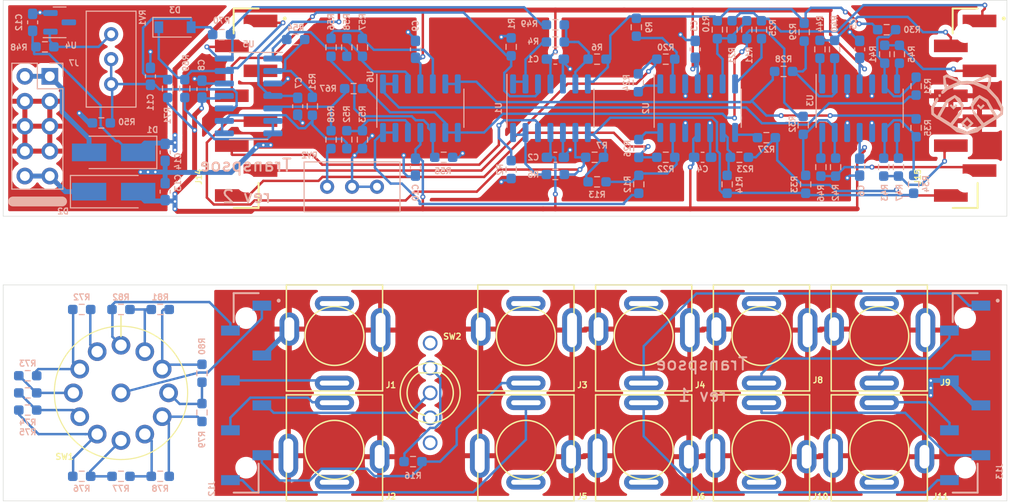
<source format=kicad_pcb>
(kicad_pcb (version 20211014) (generator pcbnew)
  (layers (0 "F.Cu" signal) (31 "B.Cu" signal) (35 "F.Paste" user) (36 "B.SilkS" user "B.Silkscreen") (37 "F.SilkS" user "F.Silkscreen") (38 "B.Mask" user) (39 "F.Mask" user) (44 "Edge.Cuts" user))
  (net 0 "")
  (net 1 "+12V")
  (net 2 "GND")
  (net 3 "-12V")
  (net 4 "/voltage refs/4V")
  (net 5 "Net-(D1-Pad2)")
  (net 6 "Net-(D2-Pad1)")
  (net 7 "Net-(R4-Pad1)")
  (net 8 "Net-(R5-Pad2)")
  (net 9 "Net-(R10-Pad2)")
  (net 10 "Net-(R13-Pad2)")
  (net 11 "/-1Vinv")
  (net 12 "Net-(R10-Pad1)")
  (net 13 "/1Vinv")
  (net 14 "Net-(R12-Pad1)")
  (net 15 "Net-(R14-Pad1)")
  (net 16 "Net-(U2-Pad1)")
  (net 17 "Net-(R25-Pad1)")
  (net 18 "Net-(R26-Pad1)")
  (net 19 "Net-(R28-Pad1)")
  (net 20 "/2Vinv")
  (net 21 "Net-(R30-Pad1)")
  (net 22 "/3Vinv")
  (net 23 "Net-(R32-Pad1)")
  (net 24 "Net-(R34-Pad1)")
  (net 25 "Net-(R27-Pad1)")
  (net 26 "Net-(R44-Pad1)")
  (net 27 "Net-(R45-Pad1)")
  (net 28 "Net-(R46-Pad1)")
  (net 29 "Net-(R48-Pad2)")
  (net 30 "Net-(R51-Pad1)")
  (net 31 "Net-(R51-Pad2)")
  (net 32 "Net-(R54-Pad1)")
  (net 33 "/voltage refs/1V")
  (net 34 "/voltage refs/-1V")
  (net 35 "Net-(R67-Pad1)")
  (net 36 "Net-(R69-Pad2)")
  (net 37 "Net-(R72-Pad1)")
  (net 38 "Net-(R72-Pad2)")
  (net 39 "Net-(R73-Pad2)")
  (net 40 "Net-(R74-Pad2)")
  (net 41 "Net-(R75-Pad2)")
  (net 42 "Net-(R76-Pad2)")
  (net 43 "Net-(R77-Pad2)")
  (net 44 "Net-(R78-Pad2)")
  (net 45 "Net-(R79-Pad2)")
  (net 46 "Net-(R80-Pad2)")
  (net 47 "Net-(R81-Pad2)")
  (net 48 "SW1.a")
  (net 49 "/J1.T")
  (net 50 "/J2.T")
  (net 51 "/J4.T")
  (net 52 "/J5.T")
  (net 53 "/J6.T")
  (net 54 "/J8.T")
  (net 55 "/J9.T")
  (net 56 "/J10.T")
  (net 57 "/J11.T")
  (net 58 "SW1.b")
  (net 59 "Net-(R20-Pad2)")
  (net 60 "/SUM_SW.out")
  (net 61 "Net-(R4-Pad2)")
  (net 62 "Net-(R16-Pad1)")
  (net 63 "/A+S")
  (net 64 "/voltage refs/-2V")
  (net 65 "/voltage refs/-3V")
  (net 66 "Jacks-GND")
  (net 67 "Jacks-J1.T")
  (net 68 "Jacks-J2.T")
  (net 69 "Jacks-J4.T")
  (net 70 "Jacks-J5.T")
  (net 71 "Jacks-J6.T")
  (net 72 "Jacks-J8.T")
  (net 73 "Jacks-J9.T")
  (net 74 "Jacks-J10.T")
  (net 75 "Jacks-J11.T")
  (net 76 "Jacks-A+S")
  (net 77 "Jacks-SUM_SW.out")
  (net 78 "Jacks-SW1.b")
  (net 79 "Jacks-SW1.a")
  (net 80 "Net-(R47-Pad1)")
  (net 81 "Net-(D3-Pad2)")
  (net 92 "Net-(R68-Pad1)")
  (footprint "transpsoe:PJ-301BM" (layer "F.Cu") (at 133.75 117.05)
    (fp_text reference "J2")
    (fp_text value "AudioJack2_SwitchT")
  )
  (footprint "transpsoe:PJ-301BM" (layer "F.Cu") (at 133.75 105.45 180)
    (fp_text reference "J1")
    (fp_text value "AudioJack2_SwitchT")
  )
  (footprint "transpsoe:PJ-301BM" (layer "F.Cu") (at 153.25 117.05)
    (fp_text reference "J5")
    (fp_text value "AudioJack2_SwitchT")
  )
  (footprint "transpsoe:PJ-301BM" (layer "F.Cu") (at 177.25 117.05)
    (fp_text reference "J10")
    (fp_text value "AudioJack2_SwitchT")
  )
  (footprint "transpsoe:PJ-301BM" (layer "F.Cu") (at 165.25 105.45 180)
    (fp_text reference "J4")
    (fp_text value "AudioJack2_SwitchT")
  )
  (footprint "transpsoe:PJ-301BM" (layer "F.Cu") (at 189.25 117.05)
    (fp_text reference "J11")
    (fp_text value "AudioJack2_SwitchT")
  )
  (footprint "transpsoe:PJ-301BM" (layer "F.Cu") (at 177.25 105.45 180)
    (fp_text reference "J8")
    (fp_text value "AudioJack2_SwitchT")
  )
  (footprint "transpsoe:PJ-301BM" (layer "F.Cu") (at 153.25 105.45 180)
    (fp_text reference "J3")
    (fp_text value "AudioJack2_SwitchT")
  )
  (footprint "transpsoe:PJ-301BM" (layer "F.Cu") (at 189.25 105.45 180)
    (fp_text reference "J9")
    (fp_text value "AudioJack2_SwitchT")
  )
  (footprint "transpsoe:PJ-301BM" (layer "F.Cu") (at 165.25 117.05)
    (fp_text reference "J6")
    (fp_text value "AudioJack2_SwitchT")
  )
  (footprint "transpsoe:SAMTEC_TSM-108-01-F-SV-LC" (layer "F.Cu") (at 124.75 82.25 90)
    (fp_text reference "J14")
    (fp_text value "Conn_01x08_Male")
  )
  (footprint "transpsoe:SAMTEC_TSM-108-01-F-SV-LC" (layer "F.Cu") (at 198 82.25 90)
    (fp_text reference "J15")
    (fp_text value "Conn_01x08_Male")
  )
  (footprint "transpsoe:BNT11SEA5QE" (layer "F.Cu") (at 143.5 111.25)
    (fp_text reference "SW2")
    (fp_text value "SW_SPDT")
  )
  (footprint "transpsoe:MC12xxxCxx" (layer "F.Cu") (at 112 111.25)
    (fp_text reference "SW1")
    (fp_text value "SW_Rotary12")
  )
  (footprint "Capacitor_SMD:C_0603_1608Metric_Pad1.08x0.95mm_HandSolder" (layer "B.Cu") (at 156.25 77.25)
    (fp_text reference "C1")
    (fp_text value "100nF")
  )
  (footprint "Capacitor_SMD:C_0603_1608Metric_Pad1.08x0.95mm_HandSolder" (layer "B.Cu") (at 156.25 87.25)
    (fp_text reference "C2")
    (fp_text value "100nF")
  )
  (footprint "Capacitor_SMD:C_0603_1608Metric_Pad1.08x0.95mm_HandSolder" (layer "B.Cu") (at 170.5 76.25 90)
    (fp_text reference "C3")
    (fp_text value "100nF")
  )
  (footprint "Capacitor_SMD:C_0603_1608Metric_Pad1.08x0.95mm_HandSolder" (layer "B.Cu") (at 171.25 87.25)
    (fp_text reference "C4")
    (fp_text value "100nF")
  )
  (footprint "Capacitor_SMD:C_0603_1608Metric_Pad1.08x0.95mm_HandSolder" (layer "B.Cu") (at 187.25 76.25 90)
    (fp_text reference "C5")
    (fp_text value "100nF")
  )
  (footprint "Capacitor_SMD:C_0603_1608Metric_Pad1.08x0.95mm_HandSolder" (layer "B.Cu") (at 187.25 88.25 -90)
    (fp_text reference "C6")
    (fp_text value "100nF")
  )
  (footprint "Capacitor_SMD:C_0603_1608Metric_Pad1.08x0.95mm_HandSolder" (layer "B.Cu") (at 130 82.05 -90)
    (fp_text reference "C7")
    (fp_text value "100nF")
  )
  (footprint "Capacitor_SMD:C_0603_1608Metric_Pad1.08x0.95mm_HandSolder" (layer "B.Cu") (at 120.25 80.3 90)
    (fp_text reference "C8")
    (fp_text value "100nF")
  )
  (footprint "Capacitor_SMD:C_0603_1608Metric_Pad1.08x0.95mm_HandSolder" (layer "B.Cu") (at 142 76.25 90)
    (fp_text reference "C9")
    (fp_text value "100nF")
  )
  (footprint "Capacitor_SMD:C_0603_1608Metric_Pad1.08x0.95mm_HandSolder" (layer "B.Cu") (at 142 88.25 -90)
    (fp_text reference "C10")
    (fp_text value "100nF")
  )
  (footprint "Capacitor_SMD:C_0603_1608Metric_Pad1.08x0.95mm_HandSolder" (layer "B.Cu") (at 115 79 90)
    (fp_text reference "C11")
    (fp_text value "DNI")
  )
  (footprint "Capacitor_SMD:C_0603_1608Metric_Pad1.08x0.95mm_HandSolder" (layer "B.Cu") (at 103 73.5 90)
    (fp_text reference "C12")
    (fp_text value "DNI")
  )
  (footprint "Diode_SMD:D_SMA_Handsoldering" (layer "B.Cu") (at 111.25 86.75 180)
    (fp_text reference "D1")
    (fp_text value "D_Schottky")
  )
  (footprint "Diode_SMD:D_SMA_Handsoldering" (layer "B.Cu") (at 111.25 90.75)
    (fp_text reference "D2")
    (fp_text value "D_Schottky")
  )
  (footprint "Diode_SMD:D_SOD-123" (layer "B.Cu") (at 117.5 74)
    (fp_text reference "D3")
    (fp_text value "1N4148")
  )
  (footprint "Connector_PinHeader_2.54mm:PinHeader_2x05_P2.54mm_Vertical" (layer "B.Cu") (at 104.75 79 180)
    (fp_text reference "J7")
    (fp_text value "Conn_02x05_Odd_Even")
  )
  (footprint "Resistor_SMD:R_0603_1608Metric_Pad0.98x0.95mm_HandSolder" (layer "B.Cu") (at 151.75 76 90)
    (fp_text reference "R1")
    (fp_text value "1M")
  )
  (footprint "Resistor_SMD:R_0603_1608Metric_Pad0.98x0.95mm_HandSolder" (layer "B.Cu") (at 151.75 88.5 -90)
    (fp_text reference "R2")
    (fp_text value "1M")
  )
  (footprint "Resistor_SMD:R_0603_1608Metric_Pad0.98x0.95mm_HandSolder" (layer "B.Cu") (at 156.25 75.5 180)
    (fp_text reference "R4")
    (fp_text value "100k")
  )
  (footprint "Resistor_SMD:R_0603_1608Metric_Pad0.98x0.95mm_HandSolder" (layer "B.Cu") (at 156.25 89 180)
    (fp_text reference "R5")
    (fp_text value "100k")
  )
  (footprint "Resistor_SMD:R_0603_1608Metric_Pad0.98x0.95mm_HandSolder" (layer "B.Cu") (at 160.5 77.25 180)
    (fp_text reference "R6")
    (fp_text value "100k")
  )
  (footprint "Resistor_SMD:R_0603_1608Metric_Pad0.98x0.95mm_HandSolder" (layer "B.Cu") (at 160.25 87.25 180)
    (fp_text reference "R7")
    (fp_text value "100k")
  )
  (footprint "Resistor_SMD:R_0603_1608Metric_Pad0.98x0.95mm_HandSolder" (layer "B.Cu") (at 164.5 74 90)
    (fp_text reference "R9")
    (fp_text value "100k")
  )
  (footprint "Resistor_SMD:R_0603_1608Metric_Pad0.98x0.95mm_HandSolder" (layer "B.Cu") (at 172.75 74.25 90)
    (fp_text reference "R10")
    (fp_text value "100k")
  )
  (footprint "Resistor_SMD:R_0603_1608Metric_Pad0.98x0.95mm_HandSolder" (layer "B.Cu") (at 175.75 74.25 -90)
    (fp_text reference "R11")
    (fp_text value "100k")
  )
  (footprint "Resistor_SMD:R_0603_1608Metric_Pad0.98x0.95mm_HandSolder" (layer "B.Cu") (at 164.75 90 -90)
    (fp_text reference "R12")
    (fp_text value "100k")
  )
  (footprint "Resistor_SMD:R_0603_1608Metric_Pad0.98x0.95mm_HandSolder" (layer "B.Cu") (at 160.5 89.75 180)
    (fp_text reference "R13")
    (fp_text value "100k")
  )
  (footprint "Resistor_SMD:R_0603_1608Metric_Pad0.98x0.95mm_HandSolder" (layer "B.Cu") (at 167.5 77.25)
    (fp_text reference "R20")
    (fp_text value "100k")
  )
  (footprint "Resistor_SMD:R_0603_1608Metric_Pad0.98x0.95mm_HandSolder" (layer "B.Cu") (at 174.25 74.25 -90)
    (fp_text reference "R21")
    (fp_text value "100k")
  )
  (footprint "Resistor_SMD:R_0603_1608Metric_Pad0.98x0.95mm_HandSolder" (layer "B.Cu") (at 167.5 87.25)
    (fp_text reference "R22")
    (fp_text value "100k")
  )
  (footprint "Resistor_SMD:R_0603_1608Metric_Pad0.98x0.95mm_HandSolder" (layer "B.Cu") (at 175 87.25 180)
    (fp_text reference "R23")
    (fp_text value "100k")
  )
  (footprint "Resistor_SMD:R_0603_1608Metric_Pad0.98x0.95mm_HandSolder" (layer "B.Cu") (at 164.7 79.6625 -90)
    (fp_text reference "R24")
    (fp_text value "330")
  )
  (footprint "Resistor_SMD:R_0603_1608Metric_Pad0.98x0.95mm_HandSolder" (layer "B.Cu") (at 177.25 74.25 90)
    (fp_text reference "R25")
    (fp_text value "330")
  )
  (footprint "Resistor_SMD:R_0603_1608Metric_Pad0.98x0.95mm_HandSolder" (layer "B.Cu") (at 164.75 86.35 -90)
    (fp_text reference "R26")
    (fp_text value "330")
  )
  (footprint "Resistor_SMD:R_0603_1608Metric_Pad0.98x0.95mm_HandSolder" (layer "B.Cu") (at 177.75 85.25)
    (fp_text reference "R27")
    (fp_text value "330")
  )
  (footprint "Resistor_SMD:R_0603_1608Metric_Pad0.98x0.95mm_HandSolder" (layer "B.Cu") (at 179.5 78.5 180)
    (fp_text reference "R28")
    (fp_text value "100k")
  )
  (footprint "Resistor_SMD:R_0603_1608Metric_Pad0.98x0.95mm_HandSolder" (layer "B.Cu") (at 181.6 74.5 90)
    (fp_text reference "R29")
    (fp_text value "100k")
  )
  (footprint "Resistor_SMD:R_0603_1608Metric_Pad0.98x0.95mm_HandSolder" (layer "B.Cu") (at 190 74.25 180)
    (fp_text reference "R30")
    (fp_text value "100k")
  )
  (footprint "Resistor_SMD:R_0603_1608Metric_Pad0.98x0.95mm_HandSolder" (layer "B.Cu") (at 193 80 -90)
    (fp_text reference "R31")
    (fp_text value "100k")
  )
  (footprint "Resistor_SMD:R_0603_1608Metric_Pad0.98x0.95mm_HandSolder" (layer "B.Cu") (at 181.5 84 90)
    (fp_text reference "R32")
    (fp_text value "100k")
  )
  (footprint "Resistor_SMD:R_0603_1608Metric_Pad0.98x0.95mm_HandSolder" (layer "B.Cu") (at 181.75 90 -90)
    (fp_text reference "R33")
    (fp_text value "100k")
  )
  (footprint "Resistor_SMD:R_0603_1608Metric_Pad0.98x0.95mm_HandSolder" (layer "B.Cu") (at 192.75 90 -90)
    (fp_text reference "R34")
    (fp_text value "100k")
  )
  (footprint "Resistor_SMD:R_0603_1608Metric_Pad0.98x0.95mm_HandSolder" (layer "B.Cu") (at 193 84.25 90)
    (fp_text reference "R35")
    (fp_text value "100k")
  )
  (footprint "Resistor_SMD:R_0603_1608Metric_Pad0.98x0.95mm_HandSolder" (layer "B.Cu") (at 184.7 76.25 -90)
    (fp_text reference "R40")
    (fp_text value "100k")
  )
  (footprint "Resistor_SMD:R_0603_1608Metric_Pad0.98x0.95mm_HandSolder" (layer "B.Cu") (at 189.8 76.75 -90)
    (fp_text reference "R41")
    (fp_text value "100k")
  )
  (footprint "Resistor_SMD:R_0603_1608Metric_Pad0.98x0.95mm_HandSolder" (layer "B.Cu") (at 184.8 88.25 90)
    (fp_text reference "R42")
    (fp_text value "100k")
  )
  (footprint "Resistor_SMD:R_0603_1608Metric_Pad0.98x0.95mm_HandSolder" (layer "B.Cu") (at 189.7 88.25 90)
    (fp_text reference "R43")
    (fp_text value "100k")
  )
  (footprint "Resistor_SMD:R_0603_1608Metric_Pad0.98x0.95mm_HandSolder" (layer "B.Cu") (at 183.2 76.25 90)
    (fp_text reference "R44")
    (fp_text value "330")
  )
  (footprint "Resistor_SMD:R_0603_1608Metric_Pad0.98x0.95mm_HandSolder" (layer "B.Cu") (at 191.3 76.75 90)
    (fp_text reference "R45")
    (fp_text value "330")
  )
  (footprint "Resistor_SMD:R_0603_1608Metric_Pad0.98x0.95mm_HandSolder" (layer "B.Cu") (at 183.3 88.25 -90)
    (fp_text reference "R46")
    (fp_text value "330")
  )
  (footprint "Resistor_SMD:R_0603_1608Metric_Pad0.98x0.95mm_HandSolder" (layer "B.Cu") (at 191.2 88.25 -90)
    (fp_text reference "R47")
    (fp_text value "330")
  )
  (footprint "Resistor_SMD:R_0603_1608Metric_Pad0.98x0.95mm_HandSolder" (layer "B.Cu") (at 104.25 76)
    (fp_text reference "R48")
    (fp_text value "22k")
  )
  (footprint "Resistor_SMD:R_0603_1608Metric_Pad0.98x0.95mm_HandSolder" (layer "B.Cu") (at 156.25 73.75 180)
    (fp_text reference "R49")
    (fp_text value "100k")
  )
  (footprint "Resistor_SMD:R_0603_1608Metric_Pad0.98x0.95mm_HandSolder" (layer "B.Cu") (at 110 83.75 180)
    (fp_text reference "R50")
    (fp_text value "39k")
  )
  (footprint "Resistor_SMD:R_0603_1608Metric_Pad0.98x0.95mm_HandSolder" (layer "B.Cu") (at 136.6 76.05 -90)
    (fp_text reference "R57")
    (fp_text value "1k")
  )
  (footprint "Resistor_SMD:R_0603_1608Metric_Pad0.98x0.95mm_HandSolder" (layer "B.Cu") (at 135 76.05 -90)
    (fp_text reference "R58")
    (fp_text value "1k")
  )
  (footprint "Resistor_SMD:R_0603_1608Metric_Pad0.98x0.95mm_HandSolder" (layer "B.Cu") (at 122.25 74.75 180)
    (fp_text reference "R70")
    (fp_text value "820")
  )
  (footprint "Resistor_SMD:R_0603_1608Metric_Pad0.98x0.95mm_HandSolder" (layer "B.Cu") (at 116.75 80.25 -90)
    (fp_text reference "R71")
    (fp_text value "10k")
  )
  (footprint "Potentiometer_THT:Potentiometer_Bourns_3296W_Vertical" (layer "B.Cu") (at 111 74.71 90)
    (fp_text reference "RV1")
    (fp_text value "2k")
  )
  (footprint "Package_SO:SOIC-14_3.9x8.7mm_P1.27mm" (layer "B.Cu") (at 155.75 82.25 -90)
    (fp_text reference "U1")
    (fp_text value "OPA4991")
  )
  (footprint "Package_SO:SOIC-14_3.9x8.7mm_P1.27mm" (layer "B.Cu") (at 170.75 82.25 -90)
    (fp_text reference "U2")
    (fp_text value "OPA4991")
  )
  (footprint "Package_SO:SOIC-14_3.9x8.7mm_P1.27mm" (layer "B.Cu") (at 187.25 82.25 -90)
    (fp_text reference "U3")
    (fp_text value "OPA4991")
  )
  (footprint "Package_SO:SOIC-14_3.9x8.7mm_P1.27mm" (layer "B.Cu") (at 142.5 82.25 -90)
    (fp_text reference "U6")
    (fp_text value "OPA4991")
  )
  (footprint "Resistor_SMD:R_0603_1608Metric_Pad0.98x0.95mm_HandSolder" (layer "B.Cu") (at 102.5 109.5 180)
    (fp_text reference "R73")
    (fp_text value "10k")
  )
  (footprint "Resistor_SMD:R_0603_1608Metric_Pad0.98x0.95mm_HandSolder" (layer "B.Cu") (at 102.5 111.25 180)
    (fp_text reference "R74")
    (fp_text value "10k")
  )
  (footprint "Resistor_SMD:R_0603_1608Metric_Pad0.98x0.95mm_HandSolder" (layer "B.Cu") (at 102.5 113 180)
    (fp_text reference "R75")
    (fp_text value "10k")
  )
  (footprint "Resistor_SMD:R_0603_1608Metric_Pad0.98x0.95mm_HandSolder" (layer "B.Cu") (at 108 119.75)
    (fp_text reference "R76")
    (fp_text value "10k")
  )
  (footprint "Resistor_SMD:R_0603_1608Metric_Pad0.98x0.95mm_HandSolder" (layer "B.Cu") (at 112 119.75)
    (fp_text reference "R77")
    (fp_text value "10k")
  )
  (footprint "Resistor_SMD:R_0603_1608Metric_Pad0.98x0.95mm_HandSolder" (layer "B.Cu") (at 116 119.75)
    (fp_text reference "R78")
    (fp_text value "10k")
  )
  (footprint "Resistor_SMD:R_0603_1608Metric_Pad0.98x0.95mm_HandSolder" (layer "B.Cu") (at 120.25 113.25 90)
    (fp_text reference "R79")
    (fp_text value "10k")
  )
  (footprint "Resistor_SMD:R_0603_1608Metric_Pad0.98x0.95mm_HandSolder" (layer "B.Cu") (at 120.25 109.25 90)
    (fp_text reference "R80")
    (fp_text value "10k")
  )
  (footprint "Resistor_SMD:R_0603_1608Metric_Pad0.98x0.95mm_HandSolder" (layer "B.Cu") (at 135.7 80.25)
    (fp_text reference "R67")
    (fp_text value "110k")
  )
  (footprint "Resistor_SMD:R_0603_1608Metric_Pad0.98x0.95mm_HandSolder" (layer "B.Cu") (at 118.5 80.25 -90)
    (fp_text reference "R69")
    (fp_text value "10k")
  )
  (footprint "Resistor_SMD:R_0603_1608Metric_Pad0.98x0.95mm_HandSolder" (layer "B.Cu") (at 133.4 85.45 90)
    (fp_text reference "R68")
    (fp_text value "9.1k")
  )
  (footprint "Resistor_SMD:R_0603_1608Metric_Pad0.98x0.95mm_HandSolder" (layer "B.Cu") (at 129.8 75.25)
    (fp_text reference "R54")
    (fp_text value "100k")
  )
  (footprint "Package_TO_SOT_SMD:SOT-23" (layer "B.Cu") (at 105.75 73.5)
    (fp_text reference "U4")
    (fp_text value "LM4040DBZ-4.1")
  )
  (footprint "transpsoe:SAMTEC_SSM-108-L-SV-LC" (layer "B.Cu") (at 198 111.25 90)
    (fp_text reference "J13")
    (fp_text value "Conn_01x08_Female")
  )
  (footprint "Capacitor_SMD:C_0603_1608Metric_Pad1.08x0.95mm_HandSolder" (layer "B.Cu") (at 116.5 90.75 90)
    (fp_text reference "C13")
    (fp_text value "10uF (>=25V)")
  )
  (footprint "Capacitor_SMD:C_0603_1608Metric_Pad1.08x0.95mm_HandSolder" (layer "B.Cu") (at 116.5 86.75 -90)
    (fp_text reference "C14")
    (fp_text value "10uF (>=25V)")
  )
  (footprint "Resistor_SMD:R_0603_1608Metric_Pad0.98x0.95mm_HandSolder" (layer "B.Cu") (at 144.875 87.25 180)
    (fp_text reference "R55")
    (fp_text value "1k")
  )
  (footprint "Package_SO:SOIC-14_3.9x8.7mm_P1.27mm" (layer "B.Cu") (at 125 81 180)
    (fp_text reference "U5")
    (fp_text value "OPA4991")
  )
  (footprint "Resistor_SMD:R_0603_1608Metric_Pad0.98x0.95mm_HandSolder" (layer "B.Cu") (at 136.6 85.45 -90)
    (fp_text reference "R53")
    (fp_text value "1k")
  )
  (footprint "Resistor_SMD:R_0603_1608Metric_Pad0.98x0.95mm_HandSolder" (layer "B.Cu") (at 133.4 76.05 90)
    (fp_text reference "R56")
    (fp_text value "1k")
  )
  (footprint "Resistor_SMD:R_0603_1608Metric_Pad0.98x0.95mm_HandSolder" (layer "B.Cu") (at 173.75 90 -90)
    (fp_text reference "R14")
    (fp_text value "100k")
  )
  (footprint "Resistor_SMD:R_0603_1608Metric_Pad0.98x0.95mm_HandSolder" (layer "B.Cu") (at 141.75 118.25)
    (fp_text reference "R16")
    (fp_text value "100k")
  )
  (footprint "transpsoe:SAMTEC_SSM-108-L-SV-LC" (layer "B.Cu") (at 124.75 111.25 90)
    (fp_text reference "J12")
    (fp_text value "Conn_01x08_Female")
  )
  (footprint "Resistor_SMD:R_0603_1608Metric_Pad0.98x0.95mm_HandSolder" (layer "B.Cu") (at 108 102.75 180)
    (fp_text reference "R72")
    (fp_text value "10k")
  )
  (footprint "Resistor_SMD:R_0603_1608Metric_Pad0.98x0.95mm_HandSolder" (layer "B.Cu") (at 116 102.75 180)
    (fp_text reference "R81")
    (fp_text value "10k")
  )
  (footprint "Resistor_SMD:R_0603_1608Metric_Pad0.98x0.95mm_HandSolder" (layer "B.Cu") (at 112 102.75 180)
    (fp_text reference "R82")
    (fp_text value "10k")
  )
  (footprint "transpsoe:raccoon-7.5" (layer "B.Cu") (at 198.2 81.85 180)
    (fp_text reference "svg2mod" hide)
    (fp_text value "G***" hide)
  )
  (footprint "Potentiometer_THT:Potentiometer_Bourns_3296W_Vertical" (layer "B.Cu") (at 133 90.25 180)
    (fp_text reference "RV2")
    (fp_text value "2k")
  )
  (footprint "Resistor_SMD:R_0603_1608Metric_Pad0.98x0.95mm_HandSolder" (layer "B.Cu") (at 135 85.45 90)
    (fp_text reference "R52")
    (fp_text value "3k")
  )
  (footprint "Resistor_SMD:R_0603_1608Metric_Pad0.98x0.95mm_HandSolder" (layer "B.Cu") (at 131.5 82.05 -90)
    (fp_text reference "R51")
    (fp_text value "100k")
  )
  (gr_line (start 101 91.75) (end 106 91.75) (layer "B.SilkS") (width 1))
  (gr_line (start 202.25 100.25) (end 100 100.25) (layer "Edge.Cuts") (width 0.05))
  (gr_line (start 100 71.25) (end 202.25 71.25) (layer "Edge.Cuts") (width 0.05))
  (gr_line (start 100 71.25) (end 100 93.25) (layer "Edge.Cuts") (width 0.05))
  (gr_line (start 100 93.25) (end 202.25 93.25) (layer "Edge.Cuts") (width 0.05))
  (gr_line (start 202.25 93.25) (end 202.25 71.25) (layer "Edge.Cuts") (width 0.05))
  (gr_line (start 100 122.25) (end 202.25 122.25) (layer "Edge.Cuts") (width 0.05))
  (gr_line (start 100 100.25) (end 100 122.25) (layer "Edge.Cuts") (width 0.05))
  (gr_line (start 202.25 122.25) (end 202.25 100.25) (layer "Edge.Cuts") (width 0.05))
  (gr_text "rev 2" (at 124.8 91.25) (layer "B.SilkS") (effects (font (size 1.25 1.25) (thickness 0.2)) (justify mirror)))
  (gr_text "Transpsoe" (at 124.7 88.05) (layer "B.SilkS") (effects (font (size 1.25 1.25) (thickness 0.2)) (justify mirror)))
  (gr_text "Transpsoe" (at 171.15 108.3) (layer "B.SilkS") (effects (font (size 1.25 1.25) (thickness 0.2)) (justify mirror)))
  (gr_text "rev 1" (at 171.25 111.5) (layer "B.SilkS") (effects (font (size 1.25 1.25) (thickness 0.2)) (justify mirror)))
  (segment (start 142.75 72.25) (end 156.25 72.25) (width 0.5) (layer "F.Cu") (net 1))
  (segment (start 187.75 78.25) (end 184.25 74.75) (width 0.25) (layer "F.Cu") (net 1))
  (segment (start 134.25 72.25) (end 142.75 72.25) (width 0.5) (layer "F.Cu") (net 1))
  (segment (start 163.25 72.25) (end 170.25 72.25) (width 0.5) (layer "F.Cu") (net 1))
  (segment (start 117.5 86.5) (end 117.5 85.5) (width 0.5) (layer "F.Cu") (net 1))
  (segment (start 117.5 85.5) (end 117.5 85) (width 0.5) (layer "F.Cu") (net 1))
  (segment (start 156.25 72.25) (end 163.25 72.25) (width 0.5) (layer "F.Cu") (net 1))
  (segment (start 117.5 78.278526) (end 123.528526 72.25) (width 0.5) (layer "F.Cu") (net 1))
  (segment (start 117.5 85) (end 117.5 78.278526) (width 0.5) (layer "F.Cu") (net 1))
  (segment (start 170.25 72.25) (end 184.25 72.25) (width 0.5) (layer "F.Cu") (net 1))
  (segment (start 117.5 85.75) (end 117.5 85.5) (width 0.5) (layer "F.Cu") (net 1))
  (segment (start 123.528526 72.25) (end 134.25 72.25) (width 0.5) (layer "F.Cu") (net 1))
  (segment (start 134.2 73.45) (end 134.2 72.3) (width 0.25) (layer "F.Cu") (net 1))
  (segment (start 156.25 76.5) (end 156.25 72.25) (width 0.25) (layer "F.Cu") (net 1))
  (segment (start 184.25 74.75) (end 184.25 72.25) (width 0.25) (layer "F.Cu") (net 1))
  (segment (start 142.75 77) (end 142.75 72.25) (width 0.25) (layer "F.Cu") (net 1))
  (segment (start 170.25 78.25) (end 170.25 72.25) (width 0.25) (layer "F.Cu") (net 1))
  (segment (start 134.2 72.3) (end 134.25 72.25) (width 0.25) (layer "F.Cu") (net 1))
  (via (at 156.25 76.5) (size 0.508) (drill 0.254) (layers "F.Cu" "B.Cu") (net 1))
  (via (at 117.5 86.5) (size 0.508) (drill 0.254) (layers "F.Cu" "B.Cu") (net 1))
  (via (at 134.2 73.45) (size 0.508) (drill 0.254) (layers "F.Cu" "B.Cu") (net 1))
  (via (at 117.5 85) (size 0.508) (drill 0.254) (layers "F.Cu" "B.Cu") (net 1))
  (via (at 142.75 77) (size 0.508) (drill 0.254) (layers "F.Cu" "B.Cu") (net 1))
  (via (at 187.75 78.25) (size 0.508) (drill 0.254) (layers "F.Cu" "B.Cu") (net 1))
  (via (at 170.25 78.25) (size 0.508) (drill 0.254) (layers "F.Cu" "B.Cu") (net 1))
  (via (at 117.5 85.75) (size 0.508) (drill 0.254) (layers "F.Cu" "B.Cu") (net 1))
  (segment (start 126 79.83445) (end 126 76.921806) (width 0.25) (layer "B.Cu") (net 1))
  (segment (start 187.25 77.2) (end 187.25 77.75) (width 0.25) (layer "B.Cu") (net 1))
  (segment (start 155.75 77.7) (end 155.3 77.25) (width 0.25) (layer "B.Cu") (net 1))
  (segment (start 117.5 85.75) (end 117.5 85) (width 0.5) (layer "B.Cu") (net 1))
  (segment (start 187.25 77.75) (end 187.75 78.25) (width 0.25) (layer "B.Cu") (net 1))
  (segment (start 155.5 77.25) (end 156.25 76.5) (width 0.25) (layer "B.Cu") (net 1))
  (segment (start 170.75 79.55) (end 170.75 77.45) (width 0.25) (layer "B.Cu") (net 1))
  (segment (start 187.25 79.55) (end 187.25 77.2) (width 0.25) (layer "B.Cu") (net 1))
  (segment (start 155.75 79.55) (end 155.75 77.7) (width 0.25) (layer "B.Cu") (net 1))
  (segment (start 109.92741 84.055604) (end 111.471806 85.6) (width 0.25) (layer "B.Cu") (net 1))
  (segment (start 116.5 85.8) (end 114.45 85.8) (width 0.5) (layer "B.Cu") (net 1))
  (segment (start 126 76.921806) (end 129.471806 73.45) (width 0.25) (layer "B.Cu") (net 1))
  (segment (start 127.475 81) (end 127.175 80.7) (width 0.25) (layer "B.Cu") (net 1))
  (segment (start 104.676723 76.727401) (end 103.177401 76.727401) (width 0.25) (layer "B.Cu") (net 1))
  (segment (start 142 77.2) (end 142.55 77.2) (width 0.25) (layer "B.Cu") (net 1))
  (segment (start 142.5 77.7) (end 142 77.2) (width 0.25) (layer "B.Cu") (net 1))
  (segment (start 170.5 77.2) (end 170.5 78) (width 0.25) (layer "B.Cu") (net 1))
  (segment (start 114.45 85.8) (end 113.5 86.75) (width 0.5) (layer "B.Cu") (net 1))
  (segment (start 170.5 78) (end 170.25 78.25) (width 0.25) (layer "B.Cu") (net 1))
  (segment (start 127.175 80.7) (end 126.86555 80.7) (width 0.25) (layer "B.Cu") (net 1))
  (segment (start 142.5 79.55) (end 142.5 77.7) (width 0.25) (layer "B.Cu") (net 1))
  (segment (start 103.177401 76.727401) (end 103.15 76.7) (width 0.25) (layer "B.Cu") (net 1))
  (segment (start 104.676723 76.727401) (end 109.92741 81.978088) (width 0.25) (layer "B.Cu") (net 1))
  (segment (start 103.15 76.7) (end 103.15 76) (width 0.25) (layer "B.Cu") (net 1))
  (segment (start 103 74.45) (end 103 75.85) (width 0.25) (layer "B.Cu") (net 1))
  (segment (start 142.55 77.2) (end 142.75 77) (width 0.25) (layer "B.Cu") (net 1))
  (segment (start 129.471806 73.45) (end 134.2 73.45) (width 0.25) (layer "B.Cu") (net 1))
  (segment (start 126.86555 80.7) (end 126 79.83445) (width 0.25) (layer "B.Cu") (net 1))
  (segment (start 111.75 85.6) (end 112.9 86.75) (width 0.25) (layer "B.Cu") (net 1))
  (segment (start 117.5 86.5) (end 117.5 85.75) (width 0.5) (layer "B.Cu") (net 1))
  (segment (start 109.92741 81.978088) (end 109.92741 84.055604) (width 0.25) (layer "B.Cu") (net 1))
  (segment (start 111.471806 85.6) (end 111.75 85.6) (width 0.25) (layer "B.Cu") (net 1))
  (segment (start 129.75 81) (end 127.7 81) (width 0.25) (layer "B.Cu") (net 1))
  (segment (start 117.5 85.75) (end 116.55 85.75) (width 0.5) (layer "B.Cu") (net 1))
  (segment (start 169.5 81) (end 170.75 79.75) (width 0.25) (layer "F.Cu") (net 2))
  (segment (start 186.35921 81) (end 187.35921 80) (width 0.25) (layer "F.Cu") (net 2))
  (segment (start 186 81) (end 186.35921 81) (width 0.25) (layer "F.Cu") (net 2))
  (via (at 137.6 85.05) (size 0.508) (drill 0.254) (layers "F.Cu" "B.Cu") (net 2))
  (via (at 186 81) (size 0.508) (drill 0.254) (layers "F.Cu" "B.Cu") (net 2))
  (via (at 146.8 86.85) (size 0.508) (drill 0.254) (layers "F.Cu" "B.Cu") (net 2))
  (via (at 169 74.75) (size 0.508) (drill 0.254) (layers "F.Cu" "B.Cu") (net 2))
  (via (at 186.25 74.5) (size 0.508) (drill 0.254) (layers "F.Cu" "B.Cu") (net 2))
  (via (at 150.75 89.75) (size 0.508) (drill 0.254) (layers "F.Cu" "B.Cu") (net 2))
  (via (at 115.5 88.75) (size 0.508) (drill 0.254) (layers "F.Cu" "B.Cu") (net 2))
  (via (at 169.5 83.75) (size 0.508) (drill 0.254) (layers "F.Cu" "B.Cu") (net 2))
  (via (at 141.25 74.5) (size 0.508) (drill 0.254) (layers "F.Cu" "B.Cu") (net 2))
  (via (at 169.5 81) (size 0.508) (drill 0.254) (layers "F.Cu" "B.Cu") (net 2))
  (via (at 130.5 83.75) (size 0.508) (drill 0.254) (layers "F.Cu" "B.Cu") (net 2))
  (via (at 129 79.25) (size 0.508) (drill 0.254) (layers "F.Cu" "B.Cu") (net 2))
  (via (at 114 88.75) (size 0.508) (drill 0.254) (layers "F.Cu" "B.Cu") (net 2))
  (via (at 188.5 83.75) (size 0.508) (drill 0.254) (layers "F.Cu" "B.Cu") (net 2))
  (via (at 126.5 86) (size 0.508) (drill 0.254) (layers "F.Cu" "B.Cu") (net 2))
  (via (at 172 81) (size 0.508) (drill 0.254) (layers "F.Cu" "B.Cu") (net 2))
  (via (at 186 89.35) (size 0.508) (drill 0.254) (layers "F.Cu" "B.Cu") (net 2))
  (via (at 125.75 86.25) (size 0.508) (drill 0.254) (layers "F.Cu" "B.Cu") (net 2))
  (via (at 140.8 87.05) (size 0.508) (drill 0.254) (layers "F.Cu" "B.Cu") (net 2))
  (via (at 186 83.75) (size 0.508) (drill 0.254) (layers "F.Cu" "B.Cu") (net 2))
  (via (at 150.75 75) (size 0.508) (drill 0.254) (layers "F.Cu" "B.Cu") (net 2))
  (via (at 114.75 88.75) (size 0.508) (drill 0.254) (layers "F.Cu" "B.Cu") (net 2))
  (via (at 157.75 86.5) (size 0.508) (drill 0.254) (layers "F.Cu" "B.Cu") (net 2))
  (via (at 172 83.75) (size 0.508) (drill 0.254) (layers "F.Cu" "B.Cu") (net 2))
  (via (at 119.5 79.25) (size 0.508) (drill 0.254) (layers "F.Cu" "B.Cu") (net 2))
  (via (at 107.75 82.75) (size 0.508) (drill 0.254) (layers "F.Cu" "B.Cu") (net 2))
  (via (at 188.5 81) (size 0.508) (drill 0.254) (layers "F.Cu" "B.Cu") (net 2))
  (via (at 103.75 72.5) (size 0.508) (drill 0.254) (layers "F.Cu" "B.Cu") (net 2))
  (via (at 115 76.5) (size 0.508) (drill 0.254) (layers "F.Cu" "B.Cu") (net 2))
  (via (at 135.8 87.05) (size 0.508) (drill 0.254) (layers "F.Cu" "B.Cu") (net 2))
  (via (at 157.75 78.25) (size 0.508) (drill 0.254) (layers "F.Cu" "B.Cu") (net 2))
  (via (at 127.25 86) (size 0.508) (drill 0.254) (layers "F.Cu" "B.Cu") (net 2))
  (segment (start 185.98 80.98) (end 186 81) (width 0.25) (layer "B.Cu") (net 2))
  (segment (start 140.8 88.8) (end 140.8 87.05) (width 0.25) (layer "B.Cu") (net 2))
  (segment (start 172.02 80.98) (end 172 81) (width 0.25) (layer "B.Cu") (net 2))
  (segment (start 187.05 75.3) (end 186.25 74.5) (width 0.25) (layer "B.Cu") (net 2))
  (segment (start 119.6 79.35) (end 119.5 79.25) (width 0.25) (layer "B.Cu") (net 2))
  (segment (start 151.75 89.6) (end 150.9 89.6) (width 0.25) (layer "B.Cu") (net 2))
  (segment (start 169.55 75.3) (end 169 74.75) (width 0.25) (layer "B.Cu") (net 2))
  (segment (start 116.5 88.75) (end 116.46 88.79) (width 0.5) (layer "B.Cu") (net 2))
  (segment (start 104.75 72.55) (end 103.8 72.55) (width 0.25) (layer "B.Cu") (net 2))
  (segment (start 126 86) (end 126.5 86) (width 0.5) (layer "B.Cu") (net 2))
  (segment (start 185.98 83.77) (end 186 83.75) (width 0.25) (layer "B.Cu") (net 2))
  (segment (start 129.75 83) (end 130.5 83.75) (width 0.25) (layer "B.Cu") (net 2))
  (segment (start 169.48 83.77) (end 169.5 83.75) (width 0.25) (layer "B.Cu") (net 2))
  (segment (start 172.02 83.77) (end 172 83.75) (width 0.25) (layer "B.Cu") (net 2))
  (segment (start 150.9 89.6) (end 150.75 89.75) (width 0.25) (layer "B.Cu") (net 2))
  (segment (start 141.2 89.2) (end 140.8 88.8) (width 0.25) (layer "B.Cu") (net 2))
  (segment (start 142 89.2) (end 141.2 89.2) (width 0.25) (layer "B.Cu") (net 2))
  (segment (start 150.85 74.9) (end 150.75 75) (width 0.25) (layer "B.Cu") (net 2))
  (segment (start 103.7 72.55) (end 103.75 72.5) (width 0.25) (layer "B.Cu") (net 2))
  (segment (start 115 78.05) (end 115 76.5) (width 0.25) (layer "B.Cu") (net 2))
  (segment (start 126.5 86) (end 127.25 86) (width 0.5) (layer "B.Cu") (net 2))
  (segment (start 151.75 74.9) (end 150.85 74.9) (width 0.25) (layer "B.Cu") (net 2))
  (segment (start 157.02 79.55) (end 157.02 77.43) (width 0.25) (layer "B.Cu") (net 2))
  (segment (start 135.54 87.31) (end 135.8 87.05) (width 0.25) (layer "B.Cu") (net 2))
  (segment (start 108.9 83.75) (end 108.75 83.75) (width 0.5) (layer "B.Cu") (net 2))
  (segment (start 116.5 88.75) (end 115.5 88.75) (width 0.5) (layer "B.Cu") (net 2))
  (segment (start 157.2 87.05) (end 157.75 86.5) (width 0.25) (layer "B.Cu") (net 2))
  (segment (start 169.48 84.95) (end 169.48 83.77) (width 0.25) (layer "B.Cu") (net 2))
  (segment (start 116.46 88.79) (end 123.21 88.79) (width 0.5) (layer "B.Cu") (net 2))
  (segment (start 114.75 88.75) (end 114 88.75) (width 0.5) (layer "B.Cu") (net 2))
  (segment (start 122.3 79.73) (end 120.63 79.73) (width 0.25) (layer "B.Cu") (net 2))
  (segment (start 128.52 79.73) (end 129 79.25) (width 0.25) (layer "B.Cu") (net 2))
  (segment (start 125.75 86.25) (end 126 86) (width 0.5) (layer "B.Cu") (net 2))
  (segment (start 123.21 88.79) (end 125.75 86.25) (width 0.5) (layer "B.Cu") (net 2))
  (segment (start 103 72.55) (end 103.7 72.55) (width 0.25) (layer "B.Cu") (net 2))
  (segment (start 145.75 87.25) (end 146.4 87.25) (width 0.25) (layer "B.Cu") (net 2))
  (segment (start 185.98 84.95) (end 185.98 83.77) (width 0.25) (layer "B.Cu") (net 2))
  (segment (start 115.5 88.75) (end 115 88.75) (width 0.5) (layer "B.Cu") (net 2))
  (segment (start 172.02 79.55) (end 172.02 80.98) (width 0.25) (layer "B.Cu") (net 2))
  (segment (start 115 88.75) (end 114.75 88.75) (width 0.5) (layer "B.Cu") (net 2))
  (segment (start 127.475 79.73) (end 128.52 79.73) (width 0.25) (layer "B.Cu") (net 2))
  (segment (start 185.98 79.55) (end 185.98 80.98) (width 0.25) (layer "B.Cu") (net 2))
  (segment (start 169.48 79.55) (end 169.48 80.98) (width 0.25) (layer "B.Cu") (net 2))
  (segment (start 188.52 84.95) (end 188.52 83.77) (width 0.25) (layer "B.Cu") (net 2))
  (segment (start 136.525 86.325) (end 135.8 87.05) (width 0.25) (layer "B.Cu") (net 2))
  (segment (start 136.6 86.05) (end 137.6 85.05) (width 0.25) (layer "B.Cu") (net 2))
  (segment (start 188.52 79.55) (end 188.52 80.98) (width 0.25) (layer "B.Cu") (net 2))
  (segment (start 157.2 77.7) (end 157.75 78.25) (width 0.25) (layer "B.Cu") (net 2))
  (segment (start 142 75.25) (end 141.25 74.5) (width 0.25) (layer "B.Cu") (net 2))
  (segment (start 108.75 83.75) (end 107.75 82.75) (width 0.5) (layer "B.Cu") (net 2))
  (segment (start 187.25 89.1125) (end 186.2375 89.1125) (width 0.25) (layer "B.Cu") (net 2))
  (segment (start 170.5 75.3) (end 169.55 75.3) (width 0.25) (layer "B.Cu") (net 2))
  (segment (start 186.2375 89.1125) (end 186 89.35) (width 0.25) (layer "B.Cu") (net 2))
  (segment (start 120.25 79.35) (end 119.6 79.35) (width 0.25) (layer "B.Cu") (net 2))
  (segment (start 172.02 84.95) (end 172.02 83.77) (width 0.25) (layer "B.Cu") (net 2))
  (segment (start 116.5 88.75) (end 116.5 87.625) (width 0.5) (layer "B.Cu") (net 2))
  (segment (start 188.52 83.77) (end 188.5 83.75) (width 0.25) (layer "B.Cu") (net 2))
  (segment (start 135.54 90.25) (end 135.54 87.31) (width 0.25) (layer "B.Cu") (net 2))
  (segment (start 157.2 77.25) (end 157.2 77.7) (width 0.25) (layer "B.Cu") (net 2))
  (segment (start 116.5 89.8) (end 116.5 88.75) (width 0.5) (layer "B.Cu") (net 2))
  (segment (start 157.02 84.95) (end 157.02 87.07) (width 0.25) (layer "B.Cu") (net 2))
  (segment (start 169.48 80.98) (end 169.5 81) (width 0.25) (layer "B.Cu") (net 2))
  (segment (start 172.02 84.95) (end 172.02 87.07) (width 0.25) (layer "B.Cu") (net 2))
  (segment (start 120.63 79.73) (end 120.25 79.35) (width 0.25) (layer "B.Cu") (net 2))
  (segment (start 135.54 90.25) (end 138.08 90.25) (width 0.25) (layer "B.Cu") (net 2))
  (segment (start 146.4 87.25) (end 146.8 86.85) (width 0.25) (layer "B.Cu") (net 2))
  (segment (start 103.8 72.55) (end 103.75 72.5) (width 0.25) (layer "B.Cu") (net 2))
  (segment (start 188.52 80.98) (end 188.5 81) (width 0.25) (layer "B.Cu") (net 2))
  (segment (start 170 92.5) (end 187 92.5) (width 0.5) (layer "F.Cu") (net 3))
  (segment (start 125.241872 92.753999) (end 125.495871 92.5) (width 0.5) (layer "F.Cu") (net 3))
  (segment (start 117.753999 92.753999) (end 125.241872 92.753999) (width 0.5) (layer "F.Cu") (net 3))
  (segment (start 117.5 91.75) (end 117.5 92.5) (width 0.5) (layer "F.Cu") (net 3))
  (segment (start 187.75 86.60921) (end 187 87.35921) (width 0.25) (layer "F.Cu") (net 3))
  (segment (start 155 92.5) (end 156.25 92.5) (width 0.5) (layer "F.Cu") (net 3))
  (segment (start 119.5 82.95) (end 120.2 82.25) (width 0.5) (layer "F.Cu") (net 3))
  (segment (start 117.5 91) (end 119.5 89) (width 0.5) (layer "F.Cu") (net 3))
  (segment (start 170 88.25) (end 170 92.5) (width 0.25) (layer "F.Cu") (net 3))
  (segment (start 142.75 92.5) (end 142.75 91.28141) (width 0.25) (layer "F.Cu") (net 3))
  (segment (start 117.5 92.5) (end 117.753999 92.753999) (width 0.5) (layer "F.Cu") (net 3))
  (segment (start 187.75 86.25) (end 187.75 86.60921) (width 0.25) (layer "F.Cu") (net 3))
  (segment (start 125.495871 92.5) (end 142.75 92.5) (width 0.5) (layer "F.Cu") (net 3))
  (segment (start 142.75 92.5) (end 155 92.5) (width 0.5) (layer "F.Cu") (net 3))
  (segment (start 156.25 91) (end 156.25 92.5) (width 0.25) (layer "F.Cu") (net 3))
  (segment (start 119.5 84.5) (end 119.5 82.95) (width 0.5) (layer "F.Cu") (net 3))
  (segment (start 119.5 89) (end 119.5 84.5) (width 0.5) (layer "F.Cu") (net 3))
  (segment (start 156.25 92.5) (end 170 92.5) (width 0.5) (layer "F.Cu") (net 3))
  (segment (start 117.5 91) (end 117.5 91.75) (width 0.5) (layer "F.Cu") (net 3))
  (segment (start 187 87.35921) (end 187 92.5) (width 0.25) (layer "F.Cu") (net 3))
  (via (at 142.75 91.28141) (size 0.508) (drill 0.254) (layers "F.Cu" "B.Cu") (net 3))
  (via (at 119.5 84.5) (size 0.508) (drill 0.254) (layers "F.Cu" "B.Cu") (net 3))
  (via (at 156.25 91) (size 0.508) (drill 0.254) (layers "F.Cu" "B.Cu") (net 3))
  (via (at 117.5 91.75) (size 0.508) (drill 0.254) (layers "F.Cu" "B.Cu") (net 3))
  (via (at 170 88.25) (size 0.508) (drill 0.254) (layers "F.Cu" "B.Cu") (net 3))
  (via (at 120.2 82.25) (size 0.508) (drill 0.254) (layers "F.Cu" "B.Cu") (net 3))
  (via (at 117.5 92.5) (size 0.508) (drill 0.254) (layers "F.Cu" "B.Cu") (net 3))
  (via (at 187.75 86.25) (size 0.508) (drill 0.254) (layers "F.Cu" "B.Cu") (net 3))
  (via (at 117.5 91) (size 0.508) (drill 0.254) (layers "F.Cu" "B.Cu") (net 3))
  (segment (start 120.25 82.2) (end 120.2 82.25) (width 0.25) (layer "B.Cu") (net 3))
  (segment (start 187.25 87.3) (end 187.25 86.75) (width 0.25) (layer "B.Cu") (net 3))
  (segment (start 116.5 91.7) (end 117.45 91.7) (width 0.5) (layer "B.Cu") (net 3))
  (segment (start 142 87.3) (end 142 86.45) (width 0.25) (layer "B.Cu") (net 3))
  (segment (start 142.75241 90.91979) (end 142.75 90.9222) (width 0.25) (layer "B.Cu") (net 3))
  (segment (start 117.5 91.75) (end 117.5 91) (width 0.5) (layer "B.Cu") (net 3))
  (segment (start 170.3 87.25) (end 170.3 85.4) (width 0.25) (layer "B.Cu") (net 3))
  (segment (start 155.3 87.25) (end 156.15 87.25) (width 0.25) (layer "B.Cu") (net 3))
  (segment (start 114.45 91.7) (end 113.5 90.75) (width 0.5) (layer "B.Cu") (net 3))
  (segment (start 116.75 81.75) (end 119.5 84.5) (width 0.25) (layer "B.Cu") (net 3))
  (segment (start 187.25 86.75) (end 187.75 86.25) (width 0.25) (layer "B.Cu") (net 3))
  (segment (start 117.5 91.75) (end 117.5 92.5) (width 0.5) (layer "B.Cu") (net 3))
  (segment (start 156.25 87.35) (end 156.25 90.25) (width 0.25) (layer "B.Cu") (net 3))
  (segment (start 120.25 81.25) (end 122.05 81.25) (width 0.25) (layer "B.Cu") (net 3))
  (segment (start 122.05 81.25) (end 122.3 81) (width 0.25) (layer "B.Cu") (net 3))
  (segment (start 156.15 87.25) (end 156.25 87.35) (width 0.25) (layer "B.Cu") (net 3))
  (segment (start 117.45 91.7) (end 117.5 91.75) (width 0.5) (layer "B.Cu") (net 3))
  (segment (start 170.3 87.95) (end 170 88.25) (width 0.25) (layer "B.Cu") (net 3))
  (segment (start 155.75 86.8) (end 155.3 87.25) (width 0.25) (layer "B.Cu") (net 3))
  (segment (start 116.75 81.125) (end 116.75 81.75) (width 0.25) (layer "B.Cu") (net 3))
  (segment (start 142.75 90.9222) (end 142.75 91.28141) (width 0.25) (layer "B.Cu") (net 3))
  (segment (start 142 87.375) (end 142.475 87.375) (width 0.25) (layer "B.Cu") (net 3))
  (segment (start 142.75241 87.65241) (end 142.75241 90.91979) (width 0.25) (layer "B.Cu") (net 3))
  (segment (start 187.25 87.3) (end 187.25 84.95) (width 0.25) (layer "B.Cu") (net 3))
  (segment (start 170.3 85.4) (end 170.75 84.95) (width 0.25) (layer "B.Cu") (net 3))
  (segment (start 170.3 87.25) (end 170.3 87.95) (width 0.25) (layer "B.Cu") (net 3))
  (segment (start 155.75 84.95) (end 155.75 86.8) (width 0.25) (layer "B.Cu") (net 3))
  (segment (start 156.25 90.25) (end 156.25 91) (width 0.25) (layer "B.Cu") (net 3))
  (segment (start 142.475 87.375) (end 142.75241 87.65241) (width 0.25) (layer "B.Cu") (net 3))
  (segment (start 142 86.45) (end 142.5 85.95) (width 0.25) (layer "B.Cu") (net 3))
  (segment (start 142.5 85.95) (end 142.5 84.95) (width 0.25) (layer "B.Cu") (net 3))
  (segment (start 120.25 81.175) (end 120.25 82.2) (width 0.25) (layer "B.Cu") (net 3))
  (segment (start 116.5 91.7) (end 114.45 91.7) (width 0.5) (layer "B.Cu") (net 3))
  (segment (start 111 79.79) (end 114.84 79.79) (width 0.25) (layer "B.Cu") (net 4))
  (segment (start 115.475 79.875) (end 115.92259 80.32259) (width 0.25) (layer "B.Cu") (net 4))
  (segment (start 123.77741 81.99259) (end 123.5 82.27) (width 0.25) (layer "B.Cu") (net 4))
  (segment (start 111.1 83.75) (end 111.1 79.89) (width 0.25) (layer "B.Cu") (net 4))
  (segment (start 115.92259 80.32259) (end 123.42704 80.32259) (width 0.25) (layer "B.Cu") (net 4))
  (segment (start 115 79.875) (end 115.475 79.875) (width 0.25) (layer "B.Cu") (net 4))
  (segment (start 123.77741 80.67296) (end 123.77741 81.99259) (width 0.25) (layer "B.Cu") (net 4))
  (segment (start 123.42704 80.32259) (end 123.77741 80.67296) (width 0.25) (layer "B.Cu") (net 4))
  (segment (start 111 77.25) (end 111 79.79) (width 0.25) (layer "B.Cu") (net 4))
  (segment (start 123.5 82.27) (end 122.525 82.27) (width 0.25) (layer "B.Cu") (net 4))
  (segment (start 104.75 79) (end 102.21 79) (width 0.5) (layer "B.Cu") (net 5))
  (segment (start 108.75 85.35) (end 106.002401 82.602401) (width 0.5) (layer "B.Cu") (net 5))
  (segment (start 108.75 86.75) (end 108.75 85.35) (width 0.5) (layer "B.Cu") (net 5))
  (segment (start 106.002401 80.252401) (end 104.75 79) (width 0.5) (layer "B.Cu") (net 5))
  (segment (start 106.002401 82.602401) (end 106.002401 80.252401) (width 0.5) (layer "B.Cu") (net 5))
  (segment (start 104.75 89.16) (end 102.21 89.16) (width 0.5) (layer "B.Cu") (net 6))
  (segment (start 108.75 90.75) (end 106.34 90.75) (width 0.5) (layer "B.Cu") (net 6))
  (segment (start 106.34 90.75) (end 104.75 89.16) (width 0.5) (layer "B.Cu") (net 6))
  (segment (start 157.35 73.75) (end 157.35 75.5) (width 0.25) (layer "B.Cu") (net 7))
  (segment (start 158.6 75.5) (end 158.2 75.5) (width 0.25) (layer "B.Cu") (net 7))
  (segment (start 158.29 78.55) (end 159.59 77.25) (width 0.25) (layer "B.Cu") (net 7))
  (segment (start 158.29 79.55) (end 158.29 78.55) (width 0.25) (layer "B.Cu") (net 7))
  (segment (start 159.65 77.25) (end 159.65 76.55) (width 0.25) (layer "B.Cu") (net 7))
  (segment (start 159.65 76.55) (end 158.6 75.5) (width 0.25) (layer "B.Cu") (net 7))
  (segment (start 158.2 75.5) (end 157.35 75.5) (width 0.25) (layer "B.Cu") (net 7))
  (segment (start 154.3 89) (end 155.15 89) (width 0.25) (layer "B.Cu") (net 8))
  (segment (start 153.21 84.95) (end 153.21 87.91) (width 0.25) (layer "B.Cu") (net 8))
  (segment (start 151.94 84.95) (end 153.21 84.95) (width 0.25) (layer "B.Cu") (net 8))
  (segment (start 153.21 87.91) (end 154.3 89) (width 0.25) (layer "B.Cu") (net 8))
  (segment (start 185.8 72.45) (end 186 72.45) (width 0.25) (layer "F.Cu") (net 9))
  (segment (start 186 72.45) (end 187.2 73.65) (width 0.25) (layer "F.Cu") (net 9))
  (via (at 185.8 72.45) (size 0.508) (drill 0.254) (layers "F.Cu" "B.Cu") (net 9))
  (via (at 187.2 73.65) (size 0.508) (drill 0.254) (layers "F.Cu" "B.Cu") (net 9))
  (segment (start 182.277401 72.022599) (end 181.75 72.55) (width 0.25) (layer "B.Cu") (net 9))
  (segment (start 188.525 73.65) (end 189.125 74.25) (width 0.25) (layer "B.Cu") (net 9))
  (segment (start 177.898081 72.148081) (end 177.9 72.15) (width 0.25) (layer "B.Cu") (net 9))
  (segment (start 161.85 77.25) (end 161.85 74.85) (width 0.25) (layer "B.Cu") (net 9))
  (segment (start 163.8 72.9) (end 164.5 72.9) (width 0.25) (layer "B.Cu") (net 9))
  (segment (start 182.277401 72.022599) (end 185.372599 72.022599) (width 0.25) (layer "B.Cu") (net 9))
  (segment (start 172.75 73.3375) (end 173.939419 72.148081) (width 0.25) (layer "B.Cu") (net 9))
  (segment (start 161.6 78.06) (end 161.6 77.25) (width 0.25) (layer "B.Cu") (net 9))
  (segment (start 187.2 73.65) (end 188.525 73.65) (width 0.25) (layer "B.Cu") (net 9))
  (segment (start 159.56 79.55) (end 160.11 79.55) (width 0.25) (layer "B.Cu") (net 9))
  (segment (start 161.85 74.85) (end 163.8 72.9) (width 0.25) (layer "B.Cu") (net 9))
  (segment (start 177.9 72.15) (end 180.3125 72.15) (width 0.25) (layer "B.Cu") (net 9))
  (segment (start 181.75 72.55) (end 181.75 73.4) (width 0.25) (layer "B.Cu") (net 9))
  (segment (start 185.372599 72.022599) (end 185.8 72.45) (width 0.25) (layer "B.Cu") (net 9))
  (segment (start 172.5 72.9) (end 172.75 73.15) (width 0.25) (layer "B.Cu") (net 9))
  (segment (start 180.3125 72.15) (end 181.75 73.5875) (width 0.25) (layer "B.Cu") (net 9))
  (segment (start 173.939419 72.148081) (end 177.898081 72.148081) (width 0.25) (layer "B.Cu") (net 9))
  (segment (start 160.11 79.55) (end 161.6 78.06) (width 0.25) (layer "B.Cu") (net 9))
  (segment (start 164.5 72.9) (end 172.5 72.9) (width 0.25) (layer "B.Cu") (net 9))
  (segment (start 172.255073 83.218599) (end 172.71259 83.676116) (width 0.25) (layer "B.Cu") (net 10))
  (segment (start 159.56 84.95) (end 160.11 84.95) (width 0.25) (layer "B.Cu") (net 10))
  (segment (start 192.75 91.1) (end 181.75 91.1) (width 0.25) (layer "B.Cu") (net 10))
  (segment (start 160.11 84.95) (end 161.841401 83.218599) (width 0.25) (layer "B.Cu") (net 10))
  (segment (start 172.99759 90.59759) (end 173.275 90.875) (width 0.25) (layer "B.Cu") (net 10))
  (segment (start 159.4 89.05) (end 159.4 89.75) (width 0.25) (layer "B.Cu") (net 10))
  (segment (start 172.99759 86.869396) (end 172.99759 90.59759) (width 0.25) (layer "B.Cu") (net 10))
  (segment (start 161.841401 83.218599) (end 172.255073 83.218599) (width 0.25) (layer "B.Cu") (net 10))
  (segment (start 173.75 90.875) (end 181.75 90.875) (width 0.25) (layer "B.Cu") (net 10))
  (segment (start 172.71259 86.584396) (end 172.99759 86.869396) (width 0.25) (layer "B.Cu") (net 10))
  (segment (start 173.275 90.875) (end 173.75 90.875) (width 0.25) (layer "B.Cu") (net 10))
  (segment (start 161.35 86.55) (end 161.35 87.25) (width 0.25) (layer "B.Cu") (net 10))
  (segment (start 161.2 87.25) (end 159.4 89.05) (width 0.25) (layer "B.Cu") (net 10))
  (segment (start 160.11 84.95) (end 161.35 86.19) (width 0.25) (layer "B.Cu") (net 10))
  (segment (start 161.35 86.19) (end 161.35 86.55) (width 0.25) (layer "B.Cu") (net 10))
  (segment (start 172.71259 83.676116) (end 172.71259 86.584396) (width 0.25) (layer "B.Cu") (net 10))
  (segment (start 138.69 84.725) (end 137.875 85.54) (width 0.25) (layer "B.Cu") (net 11))
  (segment (start 164.05 91.1) (end 163.15 92) (width 0.25) (layer "B.Cu") (net 11))
  (segment (start 142.451732 92.00241) (end 142.426723 91.977401) (width 0.25) (layer "B.Cu") (net 11))
  (segment (start 142.426723 91.977401) (end 142.426723 91.744607) (width 0.25) (layer "B.Cu") (net 11))
  (segment (start 163.24759 92.00241) (end 142.451732 92.00241) (width 0.25) (layer "B.Cu") (net 11))
  (segment (start 137.875 88.324322) (end 137.875 87.25) (width 0.25) (layer "B.Cu") (net 11))
  (segment (start 142.426723 91.744607) (end 140.609526 89.92741) (width 0.25) (layer "B.Cu") (net 11))
  (segment (start 164.75 91.1) (end 164.05 91.1) (width 0.25) (layer "B.Cu") (net 11))
  (segment (start 137.875 85.54) (end 137.875 87.25) (width 0.25) (layer "B.Cu") (net 11))
  (segment (start 139.478088 89.92741) (end 137.875 88.324322) (width 0.25) (layer "B.Cu") (net 11))
  (segment (start 138.69 84.725) (end 139.96 84.725) (width 0.25) (layer "B.Cu") (net 11))
  (segment (start 140.609526 89.92741) (end 139.478088 89.92741) (width 0.25) (layer "B.Cu") (net 11))
  (segment (start 172.75 76.7) (end 172.75 76.2) (width 0.25) (layer "B.Cu") (net 12))
  (segment (start 174 75.125) (end 175.75 73.375) (width 0.25) (layer "B.Cu") (net 12))
  (segment (start 172.75 75.125) (end 174 75.125) (width 0.25) (layer "B.Cu") (net 12))
  (segment (start 173.29 77.26) (end 173.3 77.25) (width 0.25) (layer "B.Cu") (net 12))
  (segment (start 173.3 77.25) (end 172.75 76.7) (width 0.25) (layer "B.Cu") (net 12))
  (segment (start 173.29 79.55) (end 173.29 77.26) (width 0.25) (layer "B.Cu") (net 12))
  (segment (start 172.75 76.2) (end 172.75 75.35) (width 0.25) (layer "B.Cu") (net 12))
  (segment (start 174.5 83.25) (end 174.5 77.25) (width 0.25) (layer "F.Cu") (net 13))
  (segment (start 174.5 77.25) (end 175.25 76.5) (width 0.25) (layer "F.Cu") (net 13))
  (via (at 174.5 83.25) (size 0.508) (drill 0.254) (layers "F.Cu" "B.Cu") (net 13))
  (via (at 175.25 76.5) (size 0.508) (drill 0.254) (layers "F.Cu" "B.Cu") (net 13))
  (segment (start 174.468599 83.218599) (end 173.677013 83.218599) (width 0.25) (layer "B.Cu") (net 13))
  (segment (start 174.468599 83.218599) (end 174.5 83.25) (width 0.25) (layer "B.Cu") (net 13))
  (segment (start 181.025 83.125) (end 181.5 83.125) (width 0.25) (layer "B.Cu") (net 13))
  (segment (start 175.75 76) (end 175.25 76.5) (width 0.25) (layer "B.Cu") (net 13))
  (segment (start 175.75 74.6) (end 176.02741 74.32259) (width 0.25) (layer "B.Cu") (net 13))
  (segment (start 175.75 75.125) (end 175.75 74.6) (width 0.25) (layer "B.Cu") (net 13))
  (segment (start 146.31 84.725) (end 145.04 84.725) (width 0.25) (layer "B.Cu") (net 13))
  (segment (start 143.95777 82.66777) (end 145.04 83.75) (width 0.25) (layer "B.Cu") (net 13))
  (segment (start 176.02741 74.32259) (end 177.700784 74.32259) (width 0.25) (layer "B.Cu") (net 13))
  (segment (start 146.31 84.725) (end 147.275 84.725) (width 0.25) (layer "B.Cu") (net 13))
  (segment (start 173.677013 83.218599) (end 173.274604 82.816189) (width 0.25) (layer "B.Cu") (net 13))
  (segment (start 136.575 80.35) (end 137.1 80.35) (width 0.25) (layer "B.Cu") (net 13))
  (segment (start 148.988526 84.725) (end 150.897337 82.816189) (width 0.25) (layer "B.Cu") (net 13))
  (segment (start 180.8 82.9) (end 181.5 82.9) (width 0.25) (layer "B.Cu") (net 13))
  (segment (start 145.04 83.75) (end 145.04 84.725) (width 0.25) (layer "B.Cu") (net 13))
  (segment (start 177.700784 74.32259) (end 179.57259 76.194396) (width 0.25) (layer "B.Cu") (net 13))
  (segment (start 175.75 75.35) (end 175.75 76) (width 0.25) (layer "B.Cu") (net 13))
  (segment (start 137.1 80.35) (end 139.41777 82.66777) (width 0.25) (layer "B.Cu") (net 13))
  (segment (start 179.57259 76.194396) (end 179.57259 81.67259) (width 0.25) (layer "B.Cu") (net 13))
  (segment (start 147.275 84.725) (end 148.988526 84.725) (width 0.25) (layer "B.Cu") (net 13))
  (segment (start 179.57259 81.67259) (end 181.025 83.125) (width 0.25) (layer "B.Cu") (net 13))
  (segment (start 139.41777 82.66777) (end 143.95777 82.66777) (width 0.25) (layer "B.Cu") (net 13))
  (segment (start 173.274604 82.816189) (end 150.897337 82.816189) (width 0.25) (layer "B.Cu") (net 13))
  (segment (start 161.6 89.75) (end 164.05 89.75) (width 0.25) (layer "B.Cu") (net 14))
  (segment (start 165.45 88.9) (end 164.75 88.9) (width 0.25) (layer "B.Cu") (net 14))
  (segment (start 168.21 86.86) (end 168.6 87.25) (width 0.25) (layer "B.Cu") (net 14))
  (segment (start 168.6 87.25) (end 168.6 87.95) (width 0.25) (layer "B.Cu") (net 14))
  (segment (start 168.6 87.95) (end 167.65 88.9) (width 0.25) (layer "B.Cu") (net 14))
  (segment (start 168.21 84.95) (end 168.21 86.86) (width 0.25) (layer "B.Cu") (net 14))
  (segment (start 167.65 88.9) (end 165.45 88.9) (width 0.25) (layer "B.Cu") (net 14))
  (segment (start 164.05 89.75) (end 164.75 89.05) (width 0.25) (layer "B.Cu") (net 14))
  (segment (start 173.29 84.725) (end 173.8 85.235) (width 0.25) (layer "B.Cu") (net 15))
  (segment (start 173.9 87.25) (end 173.9 88.75) (width 0.25) (layer "B.Cu") (net 15))
  (segment (start 173.8 85.235) (end 173.8 86.45) (width 0.25) (layer "B.Cu") (net 15))
  (segment (start 174.125 86.775) (end 174.125 87.25) (width 0.25) (layer "B.Cu") (net 15))
  (segment (start 173.8 86.45) (end 174.125 86.775) (width 0.25) (layer "B.Cu") (net 15))
  (segment (start 164.7 80.575) (end 165.32308 79.95192) (width 0.25) (layer "B.Cu") (net 16))
  (segment (start 165.32308 79.95192) (end 166.94 79.95192) (width 0.25) (layer "B.Cu") (net 16))
  (segment (start 177.25 77.085) (end 174.56 79.775) (width 0.25) (layer "B.Cu") (net 17))
  (segment (start 177.25 75.1625) (end 177.25 77.085) (width 0.25) (layer "B.Cu") (net 17))
  (segment (start 166.94 84.725) (end 165.4625 84.725) (width 0.25) (layer "B.Cu") (net 18))
  (segment (start 165.4625 84.725) (end 164.75 85.4375) (width 0.25) (layer "B.Cu") (net 18))
  (segment (start 184.71 77.1725) (end 184.7 77.1625) (width 0.25) (layer "B.Cu") (net 19))
  (segment (start 181.75 78.2) (end 181.45 78.5) (width 0.25) (layer "B.Cu") (net 19))
  (segment (start 183.11296 81.02741) (end 184.43259 81.02741) (width 0.25) (layer "B.Cu") (net 19))
  (segment (start 181.75 75.6) (end 181.75 78.2) (width 0.25) (layer "B.Cu") (net 19))
  (segment (start 181.45 78.5) (end 180.6 78.5) (width 0.25) (layer "B.Cu") (net 19))
  (segment (start 184.71 79.775) (end 184.71 77.1725) (width 0.25) (layer "B.Cu") (net 19))
  (segment (start 184.43259 81.02741) (end 184.71 80.75) (width 0.25) (layer "B.Cu") (net 19))
  (segment (start 184.71 80.75) (end 184.71 79.775) (width 0.25) (layer "B.Cu") (net 19))
  (segment (start 180.58555 78.5) (end 183.11296 81.02741) (width 0.25) (layer "B.Cu") (net 19))
  (segment (start 179.25 83) (end 184.25 83) (width 0.25) (layer "F.Cu") (net 20))
  (via (at 184.25 83) (size 0.508) (drill 0.254) (layers "F.Cu" "B.Cu") (net 20))
  (via (at 179.25 83) (size 0.508) (drill 0.254) (layers "F.Cu" "B.Cu") (net 20))
  (segment (start 176.25 81.5) (end 178.4 79.35) (width 0.25) (layer "B.Cu") (net 20))
  (segment (start 177.75 83) (end 179.25 83) (width 0.25) (layer "B.Cu") (net 20))
  (segment (start 176.125009 81.624991) (end 150.274313 81.624991) (width 0.25) (layer "B.Cu") (net 20))
  (segment (start 145.04 79.775) (end 146.31 79.775) (width 0.25) (layer "B.Cu") (net 20))
  (segment (start 146.86 79.55) (end 146.31 79.55) (width 0.25) (layer "B.Cu") (net 20))
  (segment (start 193 83.3375) (end 192.6625 83) (width 0.25) (layer "B.Cu") (net 20))
  (segment (start 178.4 79.35) (end 178.4 78.5) (width 0.25) (layer "B.Cu") (net 20))
  (segment (start 150.274313 81.624991) (end 148.199322 79.55) (width 0.25) (layer "B.Cu") (net 20))
  (segment (start 192.6625 83) (end 184.25 83) (width 0.25) (layer "B.Cu") (net 20))
  (segment (start 148.199322 79.55) (end 146.86 79.55) (width 0.25) (layer "B.Cu") (net 20))
  (segment (start 176.125009 81.624991) (end 176.25 81.5) (width 0.25) (layer "B.Cu") (net 20))
  (segment (start 176.25 81.5) (end 177.75 83) (width 0.25) (layer "B.Cu") (net 20))
  (segment (start 189.79 80.083756) (end 190.733164 81.02692) (width 0.25) (layer "B.Cu") (net 21))
  (segment (start 189.04808 75.15384) (end 189.2 75.00192) (width 0.25) (layer "B.Cu") (net 21))
  (segment (start 189.79 79.775) (end 189.79 77.6725) (width 0.25) (layer "B.Cu") (net 21))
  (segment (start 189.79 79.775) (end 189.79 80.083756) (width 0.25) (layer "B.Cu") (net 21))
  (segment (start 190.733164 81.02692) (end 191.386836 81.02692) (width 0.25) (layer "B.Cu") (net 21))
  (segment (start 189.04808 76.91058) (end 189.04808 75.15384) (width 0.25) (layer "B.Cu") (net 21))
  (segment (start 193 79.413756) (end 193 79.0875) (width 0.25) (layer "B.Cu") (net 21))
  (segment (start 189.8 77.6625) (end 189.04808 76.91058) (width 0.25) (layer "B.Cu") (net 21))
  (segment (start 190.16058 75.00192) (end 190.9125 74.25) (width 0.25) (layer "B.Cu") (net 21))
  (segment (start 189.79 77.6725) (end 189.8 77.6625) (width 0.25) (layer "B.Cu") (net 21))
  (segment (start 189.2 75.00192) (end 190.16058 75.00192) (width 0.25) (layer "B.Cu") (net 21))
  (segment (start 191.386836 81.02692) (end 193 79.413756) (width 0.25) (layer "B.Cu") (net 21))
  (segment (start 181.950784 83.92741) (end 184.128194 81.75) (width 0.25) (layer "B.Cu") (net 22))
  (segment (start 140.31741 82.17741) (end 175.695824 82.17741) (width 0.25) (layer "B.Cu") (net 22))
  (segment (start 175.695824 82.17741) (end 177.295815 83.777401) (width 0.25) (layer "B.Cu") (net 22))
  (segment (start 138.69 80.55) (end 140.31741 82.17741) (width 0.25) (layer "B.Cu") (net 22))
  (segment (start 184.128194 81.75) (end 191.65 81.75) (width 0.25) (layer "B.Cu") (net 22))
  (segment (start 192.3 81.1) (end 193 81.1) (width 0.25) (layer "B.Cu") (net 22))
  (segment (start 138.69 79.775) (end 139.615907 79.775) (width 0.25) (layer "B.Cu") (net 22))
  (segment (start 181.049216 83.92741) (end 181.950784 83.92741) (width 0.25) (layer "B.Cu") (net 22))
  (segment (start 191.65 81.75) (end 192.3 81.1) (width 0.25) (layer "B.Cu") (net 22))
  (segment (start 177.295815 83.777401) (end 180.899207 83.777401) (width 0.25) (layer "B.Cu") (net 22))
  (segment (start 139.615907 79.775) (end 139.793317 79.95241) (width 0.25) (layer "B.Cu") (net 22))
  (segment (start 180.899207 83.777401) (end 181.049216 83.92741) (width 0.25) (layer "B.Cu") (net 22))
  (segment (start 184.71 84.95) (end 184.71 87.3275) (width 0.25) (layer "B.Cu") (net 23))
  (segment (start 181.5 88.65) (end 181.75 88.9) (width 0.25) (layer "B.Cu") (net 23))
  (segment (start 181.71055 84.875) (end 183.11247 83.47308) (width 0.25) (layer "B.Cu") (net 23))
  (segment (start 183.936606 83.47308) (end 184.41 83.946474) (width 0.25) (layer "B.Cu") (net 23))
  (segment (start 181.5 85.1) (end 181.5 88.65) (width 0.25) (layer "B.Cu") (net 23))
  (segment (start 183.11247 83.47308) (end 183.936606 83.47308) (width 0.25) (layer "B.Cu") (net 23))
  (segment (start 193 85.1625) (end 193 85.086244) (width 0.25) (layer "B.Cu") (net 24))
  (segment (start 189.79 84.416244) (end 189.79 84.725) (width 0.25) (layer "B.Cu") (net 24))
  (segment (start 192.75 85.6) (end 193 85.35) (width 0.25) (layer "B.Cu") (net 24))
  (segment (start 193 85.086244) (end 191.386836 83.47308) (width 0.25) (layer "B.Cu") (net 24))
  (segment (start 191.386836 83.47308) (end 190.733164 83.47308) (width 0.25) (layer "B.Cu") (net 24))
  (segment (start 190.733164 83.47308) (end 189.79 84.416244) (width 0.25) (layer "B.Cu") (net 24))
  (segment (start 189.79 84.725) (end 189.79 87.2475) (width 0.25) (layer "B.Cu") (net 24))
  (segment (start 189.79 87.2475) (end 189.7 87.3375) (width 0.25) (layer "B.Cu") (net 24))
  (segment (start 192.75 88.9) (end 192.75 85.6) (width 0.25) (layer "B.Cu") (net 24))
  (segment (start 174.56 84.95) (end 176.35 84.95) (width 0.25) (layer "B.Cu") (net 25))
  (segment (start 176.35 84.95) (end 176.65 85.25) (width 0.25) (layer "B.Cu") (net 25))
  (segment (start 183.2 79.535) (end 183.44 79.775) (width 0.25) (layer "B.Cu") (net 26))
  (segment (start 183.2 77.1625) (end 183.2 79.535) (width 0.25) (layer "B.Cu") (net 26))
  (segment (start 191.06 79.775) (end 191.06 77.9025) (width 0.25) (layer "B.Cu") (net 27))
  (segment (start 191.06 77.9025) (end 191.3 77.6625) (width 0.25) (layer "B.Cu") (net 27))
  (segment (start 183.3 84.865) (end 183.44 84.725) (width 0.25) (layer "B.Cu") (net 28))
  (segment (start 183.3 87.3375) (end 183.3 84.865) (width 0.25) (layer "B.Cu") (net 28))
  (segment (start 104.75 75.4) (end 105.35 76) (width 0.25) (layer "B.Cu") (net 29))
  (segment (start 104.75 74.45) (end 104.75 75.4) (width 0.25) (layer "B.Cu") (net 29))
  (segment (start 109.71 76) (end 111 74.71) (width 0.25) (layer "B.Cu") (net 29))
  (segment (start 105.35 76) (end 109.71 76) (width 0.25) (layer "B.Cu") (net 29))
  (segment (start 128.72741 78.18259) (end 128.45 78.46) (width 0.25) (layer "B.Cu") (net 30))
  (segment (start 128.45 78.46) (end 127.475 78.46) (width 0.25) (layer "B.Cu") (net 30))
  (segment (start 129.31 78.46) (end 128.45 78.46) (width 0.25) (layer "B.Cu") (net 30))
  (segment (start 130.675 75.375) (end 128.72741 77.32259) (width 0.25) (layer "B.Cu") (net 30))
  (segment (start 128.72741 77.32259) (end 128.72741 77.97741) (width 0.25) (layer "B.Cu") (net 30))
  (segment (start 131.5 81.175) (end 131.5 80.65) (width 0.25) (layer "B.Cu") (net 30))
  (segment (start 128.72741 77.97741) (end 128.72741 78.18259) (width 0.25) (layer "B.Cu") (net 30))
  (segment (start 131.5 80.65) (end 129.31 78.46) (width 0.25) (layer "B.Cu") (net 30))
  (segment (start 122.3 84.81) (end 122.3 83.54) (width 0.25) (layer "B.Cu") (net 31))
  (segment (start 132.949216 85.37741) (end 131.5 83.928194) (width 0.25) (layer "B.Cu") (net 31))
  (segment (start 122.525 83.54) (end 123.10241 82.96259) (width 0.25) (layer "B.Cu") (net 31))
  (segment (start 130.755073 84.281401) (end 131.5 83.536474) (width 0.25) (layer "B.Cu") (net 31))
  (segment (start 135 86.325) (end 135 85.8) (width 0.25) (layer "B.Cu") (net 31))
  (segment (start 135 85.8) (end 134.57741 85.37741) (width 0.25) (layer "B.Cu") (net 31))
  (segment (start 128.784396 82.96259) (end 130.103207 84.281401) (width 0.25) (layer "B.Cu") (net 31))
  (segment (start 131.5 83.536474) (end 131.5 83.45) (width 0.25) (layer "B.Cu") (net 31))
  (segment (start 130.103207 84.281401) (end 130.755073 84.281401) (width 0.25) (layer "B.Cu") (net 31))
  (segment (start 131.5 83.45) (end 131.5 82.925) (width 0.25) (layer "B.Cu") (net 31))
  (segment (start 131.5 83.928194) (end 131.5 83.45) (width 0.25) (layer "B.Cu") (net 31))
  (segment (start 123.10241 82.96259) (end 128.784396 82.96259) (width 0.25) (layer "B.Cu") (net 31))
  (segment (start 134.57741 85.37741) (end 132.949216 85.37741) (width 0.25) (layer "B.Cu") (net 31))
  (segment (start 128.925 74.775) (end 129.20241 74.49759) (width 0.25) (layer "B.Cu") (net 32))
  (segment (start 127.475 76.175) (end 128.4 75.25) (width 0.25) (layer "B.Cu") (net 32))
  (segment (start 132.949216 76.12259) (end 134.72259 76.12259) (width 0.25) (layer "B.Cu") (net 32))
  (segment (start 127.475 77.19) (end 127.475 76.175) (width 0.25) (layer "B.Cu") (net 32))
  (segment (start 129.20241 74.49759) (end 131.324216 74.49759) (width 0.25) (layer "B.Cu") (net 32))
  (segment (start 131.324216 74.49759) (end 132.949216 76.12259) (width 0.25) (layer "B.Cu") (net 32))
  (segment (start 128.925 75.25) (end 128.925 74.775) (width 0.25) (layer "B.Cu") (net 32))
  (segment (start 134.72259 76.12259) (end 135 76.4) (width 0.25) (layer "B.Cu") (net 32))
  (segment (start 128.4 75.25) (end 128.925 75.25) (width 0.25) (layer "B.Cu") (net 32))
  (segment (start 135 76.4) (end 135 76.925) (width 0.25) (layer "B.Cu") (net 32))
  (segment (start 136.6 84.05) (end 137.17741 83.47259) (width 0.25) (layer "B.Cu") (net 33))
  (segment (start 141.23 83.75) (end 141.23 84.725) (width 0.25) (layer "B.Cu") (net 33))
  (segment (start 140.95259 83.47259) (end 141.23 83.75) (width 0.25) (layer "B.Cu") (net 33))
  (segment (start 135 84.575) (end 136.6 84.575) (width 0.25) (layer "B.Cu") (net 33))
  (segment (start 136.6 84.575) (end 136.6 84.05) (width 0.25) (layer "B.Cu") (net 33))
  (segment (start 137.17741 83.47259) (end 140.95259 83.47259) (width 0.25) (layer "B.Cu") (net 33))
  (segment (start 133.4 77.45) (end 135.77259 79.82259) (width 0.25) (layer "B.Cu") (net 34))
  (segment (start 133.4 76.925) (end 133.4 77.45) (width 0.25) (layer "B.Cu") (net 34))
  (segment (start 143.77 84.725) (end 143.77 87.02) (width 0.25) (layer "B.Cu") (net 34))
  (segment (start 135.77259 82.300784) (end 136.541986 83.07018) (width 0.25) (layer "B.Cu") (net 34))
  (segment (start 143.3 84.255) (end 143.77 84.725) (width 0.25) (layer "B.Cu") (net 34))
  (segment (start 136.541986 83.07018) (end 141.62018 83.07018) (width 0.25) (layer "B.Cu") (net 34))
  (segment (start 143.3 83.94555) (end 143.3 84.255) (width 0.25) (layer "B.Cu") (net 34))
  (segment (start 142.82704 83.47259) (end 143.3 83.94555) (width 0.25) (layer "B.Cu") (net 34))
  (segment (start 141.62018 83.07018) (end 142.02259 83.47259) (width 0.25) (layer "B.Cu") (net 34))
  (segment (start 142.02259 83.47259) (end 142.82704 83.47259) (width 0.25) (layer "B.Cu") (net 34))
  (segment (start 135.77259 79.82259) (end 135.77259 82.300784) (width 0.25) (layer "B.Cu") (net 34))
  (segment (start 127.64692 82.09808) (end 133.34808 82.09808) (width 0.25) (layer "B.Cu") (net 35))
  (segment (start 133.34808 82.09808) (end 133.4 82.15) (width 0.25) (layer "B.Cu") (net 35))
  (segment (start 133.57259 81.97741) (end 134.825 80.725) (width 0.25) (layer "B.Cu") (net 35))
  (segment (start 133.4 84.575) (end 133.4 82.15) (width 0.25) (layer "B.Cu") (net 35))
  (segment (start 133.4 82.15) (end 133.57259 81.97741) (width 0.25) (layer "B.Cu") (net 35))
  (segment (start 134.825 80.725) (end 134.825 80.25) (width 0.25) (layer "B.Cu") (net 35))
  (segment (start 118.5 81.125) (end 118.5 82.36445) (width 0.25) (layer "B.Cu") (net 36))
  (segment (start 121.52296 85.38741) (end 126.89759 85.38741) (width 0.25) (layer "B.Cu") (net 36))
  (segment (start 118.5 82.36445) (end 121.52296 85.38741) (width 0.25) (layer "B.Cu") (net 36))
  (segment (start 126.89759 85.38741) (end 127.175 85.11) (width 0.25) (layer "B.Cu") (net 36))
  (segment (start 127.475 84.81) (end 127.475 83.54) (width 0.25) (layer "B.Cu") (net 36))
  (segment (start 127.175 85.11) (end 127.475 84.81) (width 0.25) (layer "B.Cu") (net 36))
  (segment (start 108.875 102.75) (end 108.875 106.349777) (width 0.25) (layer "B.Cu") (net 37))
  (segment (start 108.875 106.349777) (end 109.575 107.049777) (width 0.25) (layer "B.Cu") (net 37))
  (segment (start 107.125 108.150223) (end 107.799777 108.825) (width 0.25) (layer "B.Cu") (net 38))
  (segment (start 107.125 102.75) (end 107.125 108.150223) (width 0.25) (layer "B.Cu") (net 38))
  (segment (start 103.375 109.025) (end 103.375 109.5) (width 0.25) (layer "B.Cu") (net 38))
  (segment (start 107.799777 108.825) (end 103.575 108.825) (width 0.25) (layer "B.Cu") (net 38))
  (segment (start 103.575 108.825) (end 103.375 109.025) (width 0.25) (layer "B.Cu") (net 38))
  (segment (start 101.625 109.5) (end 103.375 111.25) (width 0.25) (layer "B.Cu") (net 39))
  (segment (start 103.375 111.25) (end 107.15 111.25) (width 0.25) (layer "B.Cu") (net 39))
  (segment (start 101.625 111.25) (end 103.375 113) (width 0.25) (layer "B.Cu") (net 40))
  (segment (start 103.375 113) (end 107.124777 113) (width 0.25) (layer "B.Cu") (net 40))
  (segment (start 107.124777 113) (end 107.799777 113.675) (width 0.25) (layer "B.Cu") (net 40))
  (segment (start 107.125 117.900223) (end 109.575 115.450223) (width 0.25) (layer "B.Cu") (net 41))
  (segment (start 101.625 113.475) (end 103.600223 115.450223) (width 0.25) (layer "B.Cu") (net 41))
  (segment (start 108.372919 115.450223) (end 109.575 115.450223) (width 0.25) (layer "B.Cu") (net 41))
  (segment (start 107.125 119.75) (end 107.125 117.900223) (width 0.25) (layer "B.Cu") (net 41))
  (segment (start 103.600223 115.450223) (end 108.372919 115.450223) (width 0.25) (layer "B.Cu") (net 41))
  (segment (start 101.625 113) (end 101.625 113.475) (width 0.25) (layer "B.Cu") (net 41))
  (segment (start 108.875 119.75) (end 111.125 119.75) (width 0.25) (layer "B.Cu") (net 42))
  (segment (start 108.875 119.225) (end 112 116.1) (width 0.25) (layer "B.Cu") (net 42))
  (segment (start 108.875 119.75) (end 108.875 119.225) (width 0.25) (layer "B.Cu") (net 42))
  (segment (start 115.125 116.150224) (end 114.424999 115.450223) (width 0.25) (layer "B.Cu") (net 43))
  (segment (start 112.875 119.75) (end 115.125 119.75) (width 0.25) (layer "B.Cu") (net 43))
  (segment (start 115.125 119.75) (end 115.125 116.150224) (width 0.25) (layer "B.Cu") (net 43))
  (segment (start 116.875 114.349776) (end 116.200223 113.674999) (width 0.25) (layer "B.Cu") (net 44))
  (segment (start 116.200223 113.674999) (end 119.799999 113.674999) (width 0.25) (layer "B.Cu") (net 44))
  (segment (start 119.799999 113.674999) (end 120.25 114.125) (width 0.25) (layer "B.Cu") (net 44))
  (segment (start 116.875 119.75) (end 116.875 114.349776) (width 0.25) (layer "B.Cu") (net 44))
  (segment (start 120.25 112.375) (end 120.25 110.125) (width 0.25) (layer "B.Cu") (net 45))
  (segment (start 120.25 112.375) (end 117.975 112.375) (width 0.25) (layer "B.Cu") (net 45))
  (segment (start 117.975 112.375) (end 116.85 111.25) (width 0.25) (layer "B.Cu") (net 45))
  (segment (start 116.200223 102.899777) (end 116.35 102.75) (width 0.25) (layer "B.Cu") (net 46))
  (segment (start 120.25 108.375) (end 116.650223 108.375) (width 0.25) (layer "B.Cu") (net 46))
  (segment (start 116.35 102.75) (end 116.875 102.75) (width 0.25) (layer "B.Cu") (net 46))
  (segment (start 116.200223 108.825) (end 116.200223 102.899777) (width 0.25) (layer "B.Cu") (net 46))
  (segment (start 114.424999 102.925001) (end 114.6 102.75) (width 0.25) (layer "B.Cu") (net 47))
  (segment (start 114.424999 107.049777) (end 114.424999 102.925001) (width 0.25) (layer "B.Cu") (net 47))
  (segment (start 114.6 102.75) (end 115.125 102.75) (width 0.25) (layer "B.Cu") (net 47))
  (segment (start 115.125 102.75) (end 112.875 102.75) (width 0.25) (layer "B.Cu") (net 47))
  (segment (start 128.5 73.55) (end 126.4 73.55) (width 0.25) (layer "F.Cu") (net 48))
  (via (at 128.5 73.55) (size 0.508) (drill 0.254) (layers "F.Cu" "B.Cu") (net 48))
  (segment (start 115.85 74) (end 115.85 77.2) (width 0.25) (layer "B.Cu") (net 48))
  (segment (start 122.525 78.46) (end 122.825 78.16) (width 0.25) (layer "B.Cu") (net 48))
  (segment (start 122.825 78.16) (end 123.89 78.16) (width 0.25) (layer "B.Cu") (net 48))
  (segment (start 115.85 77.2) (end 117.8 79.15) (width 0.25) (layer "B.Cu") (net 48))
  (segment (start 122.3 78.46) (end 119.19 78.46) (width 0.25) (layer "B.Cu") (net 48))
  (segment (start 119.19 78.46) (end 118.5 79.15) (width 0.25) (layer "B.Cu") (net 48))
  (segment (start 128.246001 73.803999) (end 128.5 73.55) (width 0.25) (layer "B.Cu") (net 48))
  (segment (start 117.8 79.15) (end 118.5 79.15) (width 0.25) (layer "B.Cu") (net 48))
  (segment (start 123.89 78.16) (end 128.246001 73.803999) (width 0.25) (layer "B.Cu") (net 48))
  (segment (start 127.293412 77.125188) (end 124.106395 77.125188) (width 0.25) (layer "F.Cu") (net 49))
  (segment (start 123.29 80.98) (end 123.29 77.941583) (width 0.25) (layer "F.Cu") (net 49))
  (segment (start 131.5 72.9186) (end 127.293412 77.125188) (width 0.25) (layer "F.Cu") (net 49))
  (segment (start 123.29 77.941583) (end 124.106395 77.125188) (width 0.25) (layer "F.Cu") (net 49))
  (via (at 131.5 72.9186) (size 0.508) (drill 0.254) (layers "F.Cu" "B.Cu") (net 49))
  (segment (start 151.275 76.875) (end 146.9 72.5) (width 0.25) (layer "B.Cu") (net 49))
  (segment (start 151.61296 81.02741) (end 154.20259 81.02741) (width 0.25) (layer "B.Cu") (net 49))
  (segment (start 154.48 80.75) (end 154.48 79.775) (width 0.25) (layer "B.Cu") (net 49))
  (segment (start 151.05 80.46445) (end 151.61296 81.02741) (width 0.25) (layer "B.Cu") (net 49))
  (segment (start 151.05 78.65) (end 151.05 80.46445) (width 0.25) (layer "B.Cu") (net 49))
  (segment (start 154.20259 81.02741) (end 154.48 80.75) (width 0.25) (layer "B.Cu") (net 49))
  (segment (start 146.9 72.5) (end 132.10921 72.5) (width 0.25) (layer "B.Cu") (net 49))
  (segment (start 151.75 77.95) (end 151.05 78.65) (width 0.25) (layer "B.Cu") (net 49))
  (segment (start 151.75 76.875) (end 151.275 76.875) (width 0.25) (layer "B.Cu") (net 49))
  (segment (start 132.10921 72.5) (end 131.9186 72.5) (width 0.25) (layer "B.Cu") (net 49))
  (segment (start 131.9186 72.5) (end 131.5 72.9186) (width 0.25) (layer "B.Cu") (net 49))
  (segment (start 151.75 76.95) (end 151.75 77.95) (width 0.25) (layer "B.Cu") (net 49))
  (segment (start 131.5 87) (end 123.345 87) (width 0.25) (layer "F.Cu") (net 50))
  (segment (start 123.345 87) (end 123.29 86.945) (width 0.25) (layer "F.Cu") (net 50))
  (segment (start 148.5 88) (end 132.5 88) (width 0.25) (layer "F.Cu") (net 50))
  (segment (start 150.5 86) (end 148.5 88) (width 0.25) (layer "F.Cu") (net 50))
  (segment (start 150.5 84) (end 150.5 86) (width 0.25) (layer "F.Cu") (net 50))
  (segment (start 123.29 86.945) (end 123.29 86.06) (width 0.25) (layer "F.Cu") (net 50))
  (segment (start 132.5 88) (end 131.5 87) (width 0.25) (layer "F.Cu") (net 50))
  (via (at 150.5 84) (size 0.508) (drill 0.254) (layers "F.Cu" "B.Cu") (net 50))
  (segment (start 154.48 83.75) (end 154.48 84.725) (width 0.25) (layer "B.Cu") (net 50))
  (segment (start 150.5 84) (end 151.02741 83.47259) (width 0.25) (layer "B.Cu") (net 50))
  (segment (start 150.5 84) (end 150.5 85.3) (width 0.25) (layer "B.Cu") (net 50))
  (segment (start 154.20259 83.47259) (end 154.48 83.75) (width 0.25) (layer "B.Cu") (net 50))
  (segment (start 150.5 85.3) (end 151.75 86.55) (width 0.25) (layer "B.Cu") (net 50))
  (segment (start 151.75 86.55) (end 151.75 87.4) (width 0.25) (layer "B.Cu") (net 50))
  (segment (start 151.02741 83.47259) (end 154.20259 83.47259) (width 0.25) (layer "B.Cu") (net 50))
  (segment (start 199.75 72.35921) (end 199.75 73.25) (width 0.25) (layer "F.Cu") (net 51))
  (segment (start 200 72.10921) (end 199.75 72.35921) (width 0.25) (layer "F.Cu") (net 51))
  (segment (start 200 71.75) (end 200 72.10921) (width 0.25) (layer "F.Cu") (net 51))
  (via (at 200 71.75) (size 0.508) (drill 0.254) (layers "F.Cu" "B.Cu") (net 51))
  (segment (start 175.1 72.55) (end 176.4625 72.55) (width 0.25) (layer "B.Cu") (net 51))
  (segment (start 174.3125 73.3375) (end 175.1 72.55) (width 0.25) (layer "B.Cu") (net 51))
  (segment (start 177.95 73.15) (end 179.22741 74.42741) (width 0.25) (layer "B.Cu") (net 51))
  (segment (start 176.4625 72.55) (end 177.25 73.3375) (width 0.25) (layer "B.Cu") (net 51))
  (segment (start 177.25 73.15) (end 177.95 73.15) (width 0.25) (layer "B.Cu") (net 51))
  (segment (start 187.630908 71.75) (end 199.64079 71.75) (width 0.25) (layer "B.Cu") (net 51))
  (segment (start 184.953498 74.42741) (end 187.630908 71.75) (width 0.25) (layer "B.Cu") (net 51))
  (segment (start 174.25 73.3375) (end 174.3125 73.3375) (width 0.25) (layer "B.Cu") (net 51))
  (segment (start 179.22741 74.42741) (end 184.953498 74.42741) (width 0.25) (layer "B.Cu") (net 51))
  (segment (start 199.64079 71.75) (end 200 71.75) (width 0.25) (layer "B.Cu") (net 51))
  (segment (start 126.497401 89.652599) (end 132.121247 89.652599) (width 0.25) (layer "F.Cu") (net 52))
  (segment (start 123.29 91.14) (end 125.01 91.14) (width 0.25) (layer "F.Cu") (net 52))
  (segment (start 132.121247 89.652599) (end 132.523846 89.25) (width 0.25) (layer "F.Cu") (net 52))
  (segment (start 125.01 91.14) (end 126.497401 89.652599) (width 0.25) (layer "F.Cu") (net 52))
  (segment (start 165.7 86.15) (end 163.6 86.15) (width 0.25) (layer "F.Cu") (net 52))
  (segment (start 149 89.25) (end 153.5 84.75) (width 0.25) (layer "F.Cu") (net 52))
  (segment (start 132.523846 89.25) (end 149 89.25) (width 0.25) (layer "F.Cu") (net 52))
  (segment (start 163.6 86.15) (end 162.2 84.75) (width 0.25) (layer "F.Cu") (net 52))
  (segment (start 153.5 84.75) (end 162.2 84.75) (width 0.25) (layer "F.Cu") (net 52))
  (via (at 165.7 86.15) (size 0.508) (drill 0.254) (layers "F.Cu" "B.Cu") (net 52))
  (segment (start 166.5875 87.25) (end 164.7625 87.25) (width 0.25) (layer "B.Cu") (net 52))
  (segment (start 164.75 87.2625) (end 164.75 87.1) (width 0.25) (layer "B.Cu") (net 52))
  (segment (start 164.75 87.1) (end 165.7 86.15) (width 0.25) (layer "B.Cu") (net 52))
  (segment (start 164.7625 87.25) (end 164.75 87.2625) (width 0.25) (layer "B.Cu") (net 52))
  (segment (start 191 90.5686) (end 191.5714 91.14) (width 0.25) (layer "F.Cu") (net 53))
  (segment (start 191.5714 91.14) (end 196.54 91.14) (width 0.25) (layer "F.Cu") (net 53))
  (via (at 191 90.5686) (size 0.508) (drill 0.254) (layers "F.Cu" "B.Cu") (net 53))
  (segment (start 178.6625 85.25) (end 176.6625 87.25) (width 0.25) (layer "B.Cu") (net 53))
  (segment (start 181.373268 90.07259) (end 184.22259 90.07259) (width 0.25) (layer "B.Cu") (net 53))
  (segment (start 190.884789 90.683811) (end 191 90.5686) (width 0.25) (layer "B.Cu") (net 53))
  (segment (start 178.85 85.25) (end 178.85 87.549322) (width 0.25) (layer "B.Cu") (net 53))
  (segment (start 176.6625 87.25) (end 175.9125 87.25) (width 0.25) (layer "B.Cu") (net 53))
  (segment (start 184.833811 90.683811) (end 190.884789 90.683811) (width 0.25) (layer "B.Cu") (net 53))
  (segment (start 178.85 87.549322) (end 181.373268 90.07259) (width 0.25) (layer "B.Cu") (net 53))
  (segment (start 184.22259 90.07259) (end 184.833811 90.683811) (width 0.25) (layer "B.Cu") (net 53))
  (segment (start 196.54 75.9) (end 196.54 75.04) (width 0.25) (layer "F.Cu") (net 54))
  (segment (start 196.54 75.04) (end 196 74.5) (width 0.25) (layer "F.Cu") (net 54))
  (via (at 196 74.5) (size 0.508) (drill 0.254) (layers "F.Cu" "B.Cu") (net 54))
  (segment (start 187.049177 72.95) (end 192.15 72.95) (width 0.25) (layer "B.Cu") (net 54))
  (segment (start 192.15 72.95) (end 193.7 74.5) (width 0.25) (layer "B.Cu") (net 54))
  (segment (start 184.7 75.299177) (end 187.049177 72.95) (width 0.25) (layer "B.Cu") (net 54))
  (segment (start 184.7 75.3375) (end 184.7 75.299177) (width 0.25) (layer "B.Cu") (net 54))
  (segment (start 193.7 74.5) (end 196 74.5) (width 0.25) (layer "B.Cu") (net 54))
  (segment (start 183.2 75.3375) (end 184.7 75.3375) (width 0.25) (layer "B.Cu") (net 54))
  (segment (start 196.99 78.44) (end 199.46 78.44) (width 0.25) (layer "F.Cu") (net 55))
  (segment (start 196.8 78.25) (end 196.99 78.44) (width 0.25) (layer "F.Cu") (net 55))
  (via (at 196.8 78.25) (size 0.508) (drill 0.254) (layers "F.Cu" "B.Cu") (net 55))
  (segment (start 191.3 75.8375) (end 193.7125 78.25) (width 0.25) (layer "B.Cu") (net 55))
  (segment (start 189.8 75.8375) (end 191.3 75.8375) (width 0.25) (layer "B.Cu") (net 55))
  (segment (start 193.7125 78.25) (end 196.8 78.25) (width 0.25) (layer "B.Cu") (net 55))
  (segment (start 188.5 88.25) (end 199.11 88.25) (width 0.25) (layer "F.Cu") (net 56))
  (segment (start 199.11 88.25) (end 199.46 88.6) (width 0.25) (layer "F.Cu") (net 56))
  (via (at 188.5 88.25) (size 0.508) (drill 0.254) (layers "F.Cu" "B.Cu") (net 56))
  (segment (start 183.3 89.1625) (end 184.8 89.1625) (width 0.25) (layer "B.Cu") (net 56))
  (segment (start 185.7125 88.25) (end 188.5 88.25) (width 0.25) (layer "B.Cu") (net 56))
  (segment (start 184.8 89.1625) (end 185.7125 88.25) (width 0.25) (layer "B.Cu") (net 56))
  (segment (start 195.9 86.7) (end 196.54 86.06) (width 0.25) (layer "F.Cu") (net 57))
  (segment (start 195.9 87.65) (end 195.9 86.7) (width 0.25) (layer "F.Cu") (net 57))
  (via (at 195.9 87.65) (size 0.508) (drill 0.254) (layers "F.Cu" "B.Cu") (net 57))
  (segment (start 189.7 89.1625) (end 191.2 89.1625) (width 0.25) (layer "B.Cu") (net 57))
  (segment (start 193.5 90.05) (end 195.9 87.65) (width 0.25) (layer "B.Cu") (net 57))
  (segment (start 191.3125 89.1625) (end 192.2 90.05) (width 0.25) (layer "B.Cu") (net 57))
  (segment (start 191.2 89.1625) (end 191.3125 89.1625) (width 0.25) (layer "B.Cu") (net 57))
  (segment (start 192.2 90.05) (end 193.5 90.05) (width 0.25) (layer "B.Cu") (net 57))
  (segment (start 120.75 76) (end 123.19 76) (width 0.25) (layer "F.Cu") (net 58))
  (via (at 120.75 76) (size 0.508) (drill 0.254) (layers "F.Cu" "B.Cu") (net 58))
  (segment (start 153.068599 71.968599) (end 125.431401 71.968599) (width 0.25) (layer "B.Cu") (net 58))
  (segment (start 123.35 74.75) (end 123.35 76.9) (width 0.25) (layer "B.Cu") (net 58))
  (segment (start 125.431401 71.968599) (end 123.125 74.275) (width 0.25) (layer "B.Cu") (net 58))
  (segment (start 123.35 76.9) (end 123.35 77.14) (width 0.25) (layer "B.Cu") (net 58))
  (segment (start 123.125 74.275) (end 123.125 74.75) (width 0.25) (layer "B.Cu") (net 58))
  (segment (start 121.94 77.19) (end 120.75 76) (width 0.25) (layer "B.Cu") (net 58))
  (segment (start 155.375 73.75) (end 154.85 73.75) (width 0.25) (layer "B.Cu") (net 58))
  (segment (start 154.85 73.75) (end 153.068599 71.968599) (width 0.25) (layer "B.Cu") (net 58))
  (segment (start 168.21 79.55) (end 168.21 77.64) (width 0.25) (layer "B.Cu") (net 59))
  (segment (start 168.6 76.55) (end 168.6 77.25) (width 0.25) (layer "B.Cu") (net 59))
  (segment (start 166 75.1) (end 167.15 75.1) (width 0.25) (layer "B.Cu") (net 59))
  (segment (start 167.15 75.1) (end 168.6 76.55) (width 0.25) (layer "B.Cu") (net 59))
  (segment (start 168.21 77.64) (end 168.6 77.25) (width 0.25) (layer "B.Cu") (net 59))
  (segment (start 166 75.1) (end 164.5 75.1) (width 0.25) (layer "B.Cu") (net 59))
  (segment (start 125.19259 92.05741) (end 125.602599 91.647401) (width 0.25) (layer "F.Cu") (net 60))
  (segment (start 122.980678 83.52) (end 120.75 85.750678) (width 0.25) (layer "F.Cu") (net 60))
  (segment (start 120.75 91.34939) (end 121.45802 92.05741) (width 0.25) (layer "F.Cu") (net 60))
  (segment (start 126.21 83.52) (end 122.980678 83.52) (width 0.25) (layer "F.Cu") (net 60))
  (segment (start 120.75 85.750678) (end 120.75 91.34939) (width 0.25) (layer "F.Cu") (net 60))
  (segment (start 148.249991 90.750009) (end 150.5 88.5) (width 0.25) (layer "F.Cu") (net 60))
  (segment (start 121.45802 92.05741) (end 125.19259 92.05741) (width 0.25) (layer "F.Cu") (net 60))
  (segment (start 150.5 88.5) (end 158.75 88.5) (width 0.25) (layer "F.Cu") (net 60))
  (segment (start 141.899991 90.750009) (end 148.249991 90.750009) (width 0.25) (layer "F.Cu") (net 60))
  (segment (start 141.002599 91.647401) (end 141.899991 90.750009) (width 0.25) (layer "F.Cu") (net 60))
  (segment (start 125.602599 91.647401) (end 141.002599 91.647401) (width 0.25) (layer "F.Cu") (net 60))
  (via (at 158.75 88.5) (size 0.508) (drill 0.254) (layers "F.Cu" "B.Cu") (net 60))
  (segment (start 158.29 87.24) (end 158.29 85.95) (width 0.25) (layer "B.Cu") (net 60))
  (segment (start 158.2 89) (end 157.35 89) (width 0.25) (layer "B.Cu") (net 60))
  (segment (start 158.2 89) (end 158.25 89) (width 0.25) (layer "B.Cu") (net 60))
  (segment (start 159.15 87.25) (end 158.3 87.25) (width 0.25) (layer "B.Cu") (net 60))
  (segment (start 159.15 88.1) (end 158.75 88.5) (width 0.25) (layer "B.Cu") (net 60))
  (segment (start 158.25 89) (end 158.75 88.5) (width 0.25) (layer "B.Cu") (net 60))
  (segment (start 158.3 87.25) (end 158.29 87.24) (width 0.25) (layer "B.Cu") (net 60))
  (segment (start 159.15 87.25) (end 159.15 88.1) (width 0.25) (layer "B.Cu") (net 60))
  (segment (start 158.29 85.95) (end 158.29 84.95) (width 0.25) (layer "B.Cu") (net 60))
  (segment (start 153.21 78.55) (end 153.21 79.55) (width 0.25) (layer "B.Cu") (net 61))
  (segment (start 153.21 79.55) (end 151.94 79.55) (width 0.25) (layer "B.Cu") (net 61))
  (segment (start 155 75.5) (end 153.21 77.29) (width 0.25) (layer "B.Cu") (net 61))
  (segment (start 153.21 77.29) (end 153.21 78.55) (width 0.25) (layer "B.Cu") (net 61))
  (segment (start 143.492045 114.817401) (end 143.993153 114.817401) (width 0.25) (layer "B.Cu") (net 62))
  (segment (start 144.527401 114.283153) (end 144.527401 109.737401) (width 0.25) (layer "B.Cu") (net 62))
  (segment (start 144.249999 109.459999) (end 143.5 108.71) (width 0.25) (layer "B.Cu") (net 62))
  (segment (start 140.875 118.25) (end 140.875 117.434446) (width 0.25) (layer "B.Cu") (net 62))
  (segment (start 143.993153 114.817401) (end 144.527401 114.283153) (width 0.25) (layer "B.Cu") (net 62))
  (segment (start 140.875 117.434446) (end 143.492045 114.817401) (width 0.25) (layer "B.Cu") (net 62))
  (segment (start 144.527401 109.737401) (end 144.249999 109.459999) (width 0.25) (layer "B.Cu") (net 62))
  (segment (start 165.75 78.5) (end 164.5 79.75) (width 0.25) (layer "F.Cu") (net 63))
  (segment (start 164.5 79.75) (end 157.5 79.75) (width 0.25) (layer "F.Cu") (net 63))
  (segment (start 148.719092 88.6) (end 127.93 88.6) (width 0.25) (layer "F.Cu") (net 63))
  (segment (start 157.5 79.75) (end 148.719092 88.6) (width 0.25) (layer "F.Cu") (net 63))
  (segment (start 127.93 88.6) (end 126.21 88.6) (width 0.25) (layer "F.Cu") (net 63))
  (via (at 165.75 78.5) (size 0.508) (drill 0.254) (layers "F.Cu" "B.Cu") (net 63))
  (segment (start 166.2 77.25) (end 166.5875 77.25) (width 0.25) (layer "B.Cu") (net 63))
  (segment (start 166.4 77.85) (end 165.75 78.5) (width 0.25) (layer "B.Cu") (net 63))
  (segment (start 166.4 77.25) (end 166.4 77.85) (width 0.25) (layer "B.Cu") (net 63))
  (segment (start 164.7 78.75) (end 166.2 77.25) (width 0.25) (layer "B.Cu") (net 63))
  (segment (start 133.67741 74.37259) (end 136.32259 74.37259) (width 0.25) (layer "B.Cu") (net 64))
  (segment (start 137.76058 76.29808) (end 136.6 75.1375) (width 0.25) (layer "B.Cu") (net 64))
  (segment (start 143.77 79.775) (end 143.77 77.233526) (width 0.25) (layer "B.Cu") (net 64))
  (segment (start 143.77 77.233526) (end 142.834554 76.29808) (width 0.25) (layer "B.Cu") (net 64))
  (segment (start 142.834554 76.29808) (end 137.76058 76.29808) (width 0.25) (layer "B.Cu") (net 64))
  (segment (start 133.4 75.175) (end 133.4 74.65) (width 0.25) (layer "B.Cu") (net 64))
  (segment (start 133.4 74.65) (end 133.67741 74.37259) (width 0.25) (layer "B.Cu") (net 64))
  (segment (start 136.32259 74.37259) (end 136.6 74.65) (width 0.25) (layer "B.Cu") (net 64))
  (segment (start 136.6 74.65) (end 136.6 75.175) (width 0.25) (layer "B.Cu") (net 64))
  (segment (start 137.67259 78.52259) (end 140.95259 78.52259) (width 0.25) (layer "B.Cu") (net 65))
  (segment (start 136.6 76.925) (end 136.6 77.45) (width 0.25) (layer "B.Cu") (net 65))
  (segment (start 136.6 77.45) (end 137.67259 78.52259) (width 0.25) (layer "B.Cu") (net 65))
  (segment (start 135 75.325) (end 136.6 76.925) (width 0.25) (layer "B.Cu") (net 65))
  (segment (start 141.23 78.8) (end 141.23 79.775) (width 0.25) (layer "B.Cu") (net 65))
  (segment (start 140.95259 78.52259) (end 141.23 78.8) (width 0.25) (layer "B.Cu") (net 65))
  (via (at 194.5 110) (size 0.508) (drill 0.254) (layers "F.Cu" "B.Cu") (net 66))
  (via (at 194.5 111.5) (size 0.508) (drill 0.254) (layers "F.Cu" "B.Cu") (net 66))
  (via (at 194.5 110.75) (size 0.508) (drill 0.254) (layers "F.Cu" "B.Cu") (net 66))
  (segment (start 194.5 110.75) (end 194.5 111.5) (width 0.5) (layer "B.Cu") (net 66))
  (segment (start 196.3975 109.98) (end 194.52 109.98) (width 0.5) (layer "B.Cu") (net 66))
  (segment (start 194.5 110) (end 194.5 110.75) (width 0.5) (layer "B.Cu") (net 66))
  (segment (start 198.9375 112.52) (end 196.3975 109.98) (width 0.5) (layer "B.Cu") (net 66))
  (segment (start 126.51 107.44) (end 129.15 104.8) (width 0.5) (layer "B.Cu") (net 66))
  (segment (start 194.52 109.98) (end 194.5 110) (width 0.5) (layer "B.Cu") (net 66))
  (segment (start 123.1475 109.98) (end 133.43 109.98) (width 0.25) (layer "B.Cu") (net 67))
  (segment (start 131.5 112.2) (end 133.75 112.2) (width 0.25) (layer "B.Cu") (net 68))
  (segment (start 123.1475 115.06) (end 123.1475 113.763178) (width 0.25) (layer "B.Cu") (net 68))
  (segment (start 125.178079 111.732599) (end 131.032599 111.732599) (width 0.25) (layer "B.Cu") (net 68))
  (segment (start 123.1475 113.763178) (end 125.178079 111.732599) (width 0.25) (layer "B.Cu") (net 68))
  (segment (start 131.032599 111.732599) (end 131.5 112.2) (width 0.25) (layer "B.Cu") (net 68))
  (segment (start 199.6025 102.36) (end 198.4 102.36) (width 0.25) (layer "B.Cu") (net 69))
  (segment (start 197.16259 101.12259) (end 170.62088 101.12259) (width 0.25) (layer "B.Cu") (net 69))
  (segment (start 165.25 106.49347) (end 165.25 109.25) (width 0.25) (layer "B.Cu") (net 69))
  (segment (start 170.62088 101.12259) (end 165.25 106.49347) (width 0.25) (layer "B.Cu") (net 69))
  (segment (start 198.4 102.36) (end 197.16259 101.12259) (width 0.25) (layer "B.Cu") (net 69))
  (segment (start 165.25 109.25) (end 165.25 110.25) (width 0.25) (layer "B.Cu") (net 69))
  (segment (start 147.87912 121.37741) (end 153.25 116.00653) (width 0.25) (layer "B.Cu") (net 70))
  (segment (start 123.1475 120.14) (end 124.35 120.14) (width 0.25) (layer "B.Cu") (net 70))
  (segment (start 124.35 120.14) (end 125.58741 121.37741) (width 0.25) (layer "B.Cu") (net 70))
  (segment (start 125.58741 121.37741) (end 147.87912 121.37741) (width 0.25) (layer "B.Cu") (net 70))
  (segment (start 153.25 116.00653) (end 153.25 113.25) (width 0.25) (layer "B.Cu") (net 70))
  (segment (start 153.25 113.25) (end 153.25 112.25) (width 0.25) (layer "B.Cu") (net 70))
  (segment (start 165.25 115.65653) (end 165.25 113.25) (width 0.25) (layer "B.Cu") (net 71))
  (segment (start 193.95759 121.37741) (end 170.97088 121.37741) (width 0.25) (layer "B.Cu") (net 71))
  (segment (start 195.195 120.14) (end 193.95759 121.37741) (width 0.25) (layer "B.Cu") (net 71))
  (segment (start 196.3975 120.14) (end 195.195 120.14) (width 0.25) (layer "B.Cu") (net 71))
  (segment (start 170.97088 121.37741) (end 165.25 115.65653) (width 0.25) (layer "B.Cu") (net 71))
  (segment (start 165.25 113.25) (end 165.25 112.25) (width 0.25) (layer "B.Cu") (net 71))
  (segment (start 178.8 107.75) (end 177.25 109.3) (width 0.25) (layer "B.Cu") (net 72))
  (segment (start 196.3975 104.9) (end 196.3975 105.66) (width 0.25) (layer "B.Cu") (net 72))
  (segment (start 196.3975 105.66) (end 194.3075 107.75) (width 0.25) (layer "B.Cu") (net 72))
  (segment (start 177.25 109.3) (end 177.25 110.3) (width 0.25) (layer "B.Cu") (net 72))
  (segment (start 194.3075 107.75) (end 178.8 107.75) (width 0.25) (layer "B.Cu") (net 72))
  (segment (start 195.665678 108.75) (end 189.8 108.75) (width 0.25) (layer "B.Cu") (net 73))
  (segment (start 189.25 109.3) (end 189.25 110.3) (width 0.25) (layer "B.Cu") (net 73))
  (segment (start 199.6025 107.44) (end 196.975678 107.44) (width 0.25) (layer "B.Cu") (net 73))
  (segment (start 196.975678 107.44) (end 195.665678 108.75) (width 0.25) (layer "B.Cu") (net 73))
  (segment (start 189.8 108.75) (end 189.25 109.3) (width 0.25) (layer "B.Cu") (net 73))
  (segment (start 177.27741 113.27741) (end 177.25 113.25) (width 0.25) (layer "B.Cu") (net 74))
  (segment (start 199.6025 117.6) (end 196.20653 117.6) (width 0.25) (layer "B.Cu") (net 74))
  (segment (start 177.25 113.25) (end 177.25 112.25) (width 0.25) (layer "B.Cu") (net 74))
  (segment (start 191.88394 113.27741) (end 177.27741 113.27741) (width 0.25) (layer "B.Cu") (net 74))
  (segment (start 196.20653 117.6) (end 191.88394 113.27741) (width 0.25) (layer "B.Cu") (net 74))
  (segment (start 194.2975 112.2) (end 189.25 112.2) (width 0.25) (layer "B.Cu") (net 75))
  (segment (start 196.3975 114.3) (end 194.2975 112.2) (width 0.25) (layer "B.Cu") (net 75))
  (segment (start 196.3975 115.06) (end 196.3975 114.3) (width 0.25) (layer "B.Cu") (net 75))
  (segment (start 128.16991 120.17741) (end 131.219613 120.17741) (width 0.25) (layer "B.Cu") (net 76))
  (segment (start 142.625 118.725) (end 142.625 118.25) (width 0.25) (layer "B.Cu") (net 76))
  (segment (start 144.5 118.25) (end 142.6625 118.25) (width 0.25) (layer "B.Cu") (net 76))
  (segment (start 137.82088 119.72741) (end 141.62259 119.72741) (width 0.25) (layer "B.Cu") (net 76))
  (segment (start 126.3525 117.6) (end 126.3525 118.36) (width 0.25) (layer "B.Cu") (net 76))
  (segment (start 150.8 110.25) (end 146.2 114.85) (width 0.25) (layer "B.Cu") (net 76))
  (segment (start 132.417903 118.97912) (end 137.07259 118.97912) (width 0.25) (layer "B.Cu") (net 76))
  (segment (start 141.62259 119.72741) (end 142.625 118.725) (width 0.25) (layer "B.Cu") (net 76))
  (segment (start 153.25 110.25) (end 150.8 110.25) (width 0.25) (layer "B.Cu") (net 76))
  (segment (start 146.2 114.85) (end 146.2 116.55) (width 0.25) (layer "B.Cu") (net 76))
  (segment (start 137.07259 118.97912) (end 137.82088 119.72741) (width 0.25) (layer "B.Cu") (net 76))
  (segment (start 131.219613 120.17741) (end 132.417903 118.97912) (width 0.25) (layer "B.Cu") (net 76))
  (segment (start 146.2 116.55) (end 144.5 118.25) (width 0.25) (layer "B.Cu") (net 76))
  (segment (start 126.3525 118.36) (end 128.16991 120.17741) (width 0.25) (layer "B.Cu") (net 76))
  (segment (start 141.47 113.28) (end 142.750001 111.999999) (width 0.25) (layer "B.Cu") (net 77))
  (segment (start 127.555 113.28) (end 141.47 113.28) (width 0.25) (layer "B.Cu") (net 77))
  (segment (start 142.750001 111.999999) (end 143.5 111.25) (width 0.25) (layer "B.Cu") (net 77))
  (segment (start 126.795 112.52) (end 127.555 113.28) (width 0.25) (layer "B.Cu") (net 77))
  (segment (start 123.1475 104.14) (end 123.1475 104.9) (width 0.25) (layer "B.Cu") (net 78))
  (segment (start 111.125 105.525) (end 111.125 102.75) (width 0.25) (layer "B.Cu") (net 78))
  (segment (start 121.00509 101.99759) (end 123.1475 104.14) (width 0.25) (layer "B.Cu") (net 78))
  (segment (start 111.40241 101.99759) (end 121.00509 101.99759) (width 0.25) (layer "B.Cu") (net 78))
  (segment (start 111.125 102.75) (end 111.125 102.275) (width 0.25) (layer "B.Cu") (net 78))
  (segment (start 112 106.4) (end 111.125 105.525) (width 0.25) (layer "B.Cu") (net 78))
  (segment (start 111.125 102.275) (end 111.40241 101.99759) (width 0.25) (layer "B.Cu") (net 78))
  (segment (start 126.3525 103.12) (end 126.3525 102.36) (width 0.25) (layer "B.Cu") (net 79))
  (segment (start 116.75 110) (end 119.944396 109.17741) (width 0.23) (layer "B.Cu") (net 79))
  (segment (start 112 111.25) (end 116.75 110) (width 0.23) (layer "B.Cu") (net 79))
  (segment (start 119.944396 109.17741) (end 120.831912 109.17741) (width 0.25) (layer "B.Cu") (net 79))
  (segment (start 126.3525 103.656822) (end 126.3525 103.12) (width 0.25) (layer "B.Cu") (net 79))
  (segment (start 120.831912 109.17741) (end 126.3525 103.656822) (width 0.25) (layer "B.Cu") (net 79))
  (segment (start 191.06 84.725) (end 191.06 87.1975) (width 0.25) (layer "B.Cu") (net 80))
  (segment (start 191.06 87.1975) (end 191.2 87.3375) (width 0.25) (layer "B.Cu") (net 80))
  (segment (start 115.178079 73.122599) (end 114.24759 74.053088) (width 0.25) (layer "B.Cu") (net 81))
  (segment (start 116.4125 79) (end 116.75 79.3375) (width 0.25) (layer "B.Cu") (net 81))
  (segment (start 121.1 74) (end 121.375 74.275) (width 0.25) (layer "B.Cu") (net 81))
  (segment (start 121.375 74.275) (end 121.375 74.75) (width 0.25) (layer "B.Cu") (net 81))
  (segment (start 114.24759 74.053088) (end 114.24759 78.650089) (width 0.25) (layer "B.Cu") (net 81))
  (segment (start 119.15 74) (end 119.15 73.15) (width 0.25) (layer "B.Cu") (net 81))
  (segment (start 119.15 74) (end 121.1 74) (width 0.25) (layer "B.Cu") (net 81))
  (segment (start 119.122599 73.122599) (end 115.178079 73.122599) (width 0.25) (layer "B.Cu") (net 81))
  (segment (start 119.15 73.15) (end 119.122599 73.122599) (width 0.25) (layer "B.Cu") (net 81))
  (segment (start 114.597501 79) (end 116.4125 79) (width 0.25) (layer "B.Cu") (net 81))
  (segment (start 114.24759 78.650089) (end 114.597501 79) (width 0.25) (layer "B.Cu") (net 81))
  (segment (start 133 86.725) (end 133.4 86.325) (width 0.25) (layer "B.Cu") (net 92))
  (segment (start 133 90.25) (end 133 86.725) (width 0.25) (layer "B.Cu") (net 92))
  (zone (net 66) (net_name "Jacks-GND") (layer "F.Cu") (connect_pads (clearance 0.508)) (min_thickness 0.254) (fill yes (thermal_gap 0.508) (thermal_bridge_width 0.508))
    (polygon (pts (xy 204 122.25) (xy 121.5 122.25) (xy 121.5 100.25) (xy 204 100.25)))
  )
  (zone (net 2) (net_name "GND") (layer "F.Cu") (connect_pads (clearance 0.508)) (min_thickness 0.254) (fill yes (thermal_gap 0.508) (thermal_bridge_width 0.508))
    (polygon (pts (xy 204 71.25) (xy 100.25 71.25) (xy 100.25 93.25) (xy 204 93.25)))
  )
)
</source>
